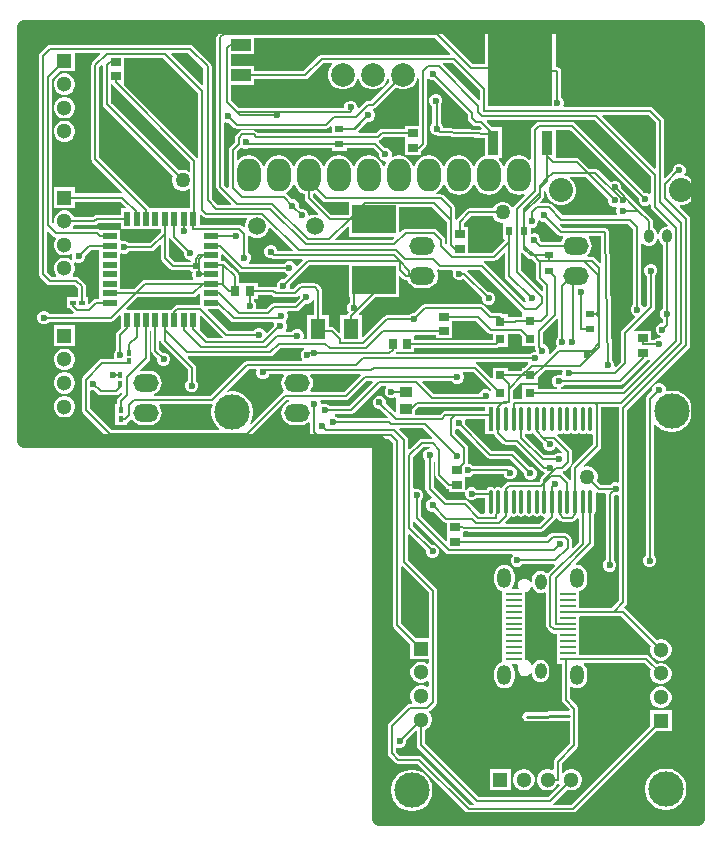
<source format=gbl>
G04*
G04 #@! TF.GenerationSoftware,Altium Limited,Altium Designer,22.2.1 (43)*
G04*
G04 Layer_Physical_Order=2*
G04 Layer_Color=16711680*
%FSLAX44Y44*%
%MOMM*%
G71*
G04*
G04 #@! TF.SameCoordinates,82B9A7A7-C451-481E-A025-ABCBCC36AE2A*
G04*
G04*
G04 #@! TF.FilePolarity,Positive*
G04*
G01*
G75*
%ADD13C,0.2540*%
%ADD17C,1.2000*%
%ADD21R,0.8000X0.8000*%
%ADD27R,1.1000X0.9500*%
%ADD44R,1.3000X1.3000*%
%ADD45C,1.3000*%
%ADD46R,1.3000X1.3000*%
%ADD58C,0.1640*%
%ADD59O,2.1590X1.5240*%
%ADD60C,1.5000*%
%ADD61C,2.0000*%
%ADD62O,0.9500X1.3500*%
%ADD63O,1.2000X1.7000*%
%ADD64C,2.0320*%
%ADD65O,2.0320X2.7940*%
%ADD66C,3.0000*%
%ADD67C,0.6000*%
%ADD68C,1.2700*%
%ADD69R,0.8500X0.7000*%
%ADD70R,0.7000X0.8500*%
%ADD71R,0.4500X0.5000*%
%ADD72R,0.8000X0.6000*%
%ADD73R,0.5000X0.4500*%
%ADD74R,0.6000X0.8000*%
%ADD75R,0.9500X2.1000*%
%ADD76R,5.5000X6.5000*%
%ADD77R,0.5588X1.2700*%
%ADD78R,1.2700X0.5588*%
%ADD79O,0.4000X2.0000*%
%ADD80R,0.4000X2.0000*%
%ADD81R,3.7000X2.4500*%
%ADD82R,1.4000X0.2700*%
%ADD83R,1.3000X1.8000*%
%ADD84O,0.8890X1.1430*%
%ADD85R,0.8000X0.9000*%
%ADD86R,1.7000X1.1000*%
G36*
X660745Y165009D02*
X390000D01*
Y485009D01*
X90000D01*
Y835000D01*
X479960D01*
Y803926D01*
X469541D01*
X441480Y831986D01*
X440369Y832729D01*
X439058Y832990D01*
X259080D01*
X257769Y832729D01*
X256658Y831986D01*
X253599Y828928D01*
X252857Y827817D01*
X252596Y826506D01*
Y700034D01*
X252857Y698723D01*
X253599Y697612D01*
X265072Y686140D01*
X264586Y684966D01*
X253583D01*
X248536Y690013D01*
Y802132D01*
X248275Y803443D01*
X247532Y804554D01*
X232546Y819540D01*
X231435Y820283D01*
X230124Y820544D01*
X111760D01*
X110449Y820283D01*
X109338Y819540D01*
X103242Y813444D01*
X102499Y812333D01*
X102238Y811022D01*
Y626430D01*
X102499Y625119D01*
X103242Y624008D01*
X109338Y617912D01*
X110449Y617169D01*
X111760Y616908D01*
X132693D01*
X135324Y614277D01*
Y606790D01*
X126210D01*
Y597210D01*
X128575D01*
X128827Y596832D01*
X131683Y593976D01*
X131387Y592952D01*
X131207Y592706D01*
X111089D01*
X109818Y593977D01*
X107782Y594820D01*
X105578D01*
X103542Y593977D01*
X101983Y592418D01*
X101140Y590382D01*
Y588178D01*
X101983Y586142D01*
X103542Y584583D01*
X105578Y583740D01*
X107782D01*
X109818Y584583D01*
X111089Y585854D01*
X163576D01*
X164887Y586115D01*
X165998Y586858D01*
X170373Y591232D01*
X171546Y590746D01*
Y579901D01*
X168774Y577128D01*
X168031Y576017D01*
X167770Y574706D01*
Y561685D01*
X166499Y560414D01*
X165656Y558378D01*
Y556174D01*
X166039Y555250D01*
X165333Y554194D01*
X155938D01*
X154627Y553933D01*
X153515Y553190D01*
X139553Y539229D01*
X138811Y538117D01*
X138550Y536806D01*
Y511312D01*
X138811Y510001D01*
X139553Y508890D01*
X160138Y488306D01*
X161249Y487563D01*
X162560Y487302D01*
X278130D01*
X279441Y487563D01*
X280552Y488306D01*
X311807Y519560D01*
X314417D01*
X314670Y518290D01*
X312701Y517475D01*
X310579Y515846D01*
X308950Y513724D01*
X307927Y511252D01*
X307577Y508600D01*
X307927Y505948D01*
X308950Y503476D01*
X310579Y501354D01*
X312701Y499725D01*
X315173Y498701D01*
X317825Y498352D01*
X324175D01*
X326827Y498701D01*
X329299Y499725D01*
X330584Y500711D01*
X331854Y500085D01*
Y492760D01*
X332115Y491449D01*
X332858Y490338D01*
X335652Y487544D01*
X336763Y486801D01*
X338074Y486540D01*
X399139D01*
X402212Y483467D01*
Y329362D01*
X402473Y328051D01*
X403216Y326939D01*
X416960Y313195D01*
Y299960D01*
X432438D01*
Y297005D01*
X431168Y296454D01*
X429490Y297424D01*
X427190Y298040D01*
X424810D01*
X422511Y297424D01*
X420449Y296234D01*
X418766Y294550D01*
X417576Y292489D01*
X416960Y290190D01*
Y287810D01*
X417576Y285510D01*
X418766Y283449D01*
X420449Y281766D01*
X422511Y280576D01*
X424810Y279960D01*
X427190D01*
X429490Y280576D01*
X431168Y281545D01*
X432438Y280995D01*
Y277005D01*
X431168Y276455D01*
X429490Y277424D01*
X427190Y278040D01*
X424810D01*
X422511Y277424D01*
X420449Y276234D01*
X418766Y274550D01*
X417576Y272489D01*
X416960Y270190D01*
Y267810D01*
X417576Y265510D01*
X418578Y263776D01*
X418068Y262506D01*
X416306D01*
X414995Y262245D01*
X413884Y261502D01*
X398644Y246262D01*
X397901Y245151D01*
X397640Y243840D01*
Y220472D01*
X397901Y219161D01*
X398644Y218050D01*
X403978Y212716D01*
X405089Y211973D01*
X406400Y211712D01*
X423015D01*
X463922Y170806D01*
X465033Y170063D01*
X466344Y169802D01*
X554228D01*
X555539Y170063D01*
X556650Y170806D01*
X624805Y238960D01*
X638040D01*
Y257040D01*
X619960D01*
Y243805D01*
X552809Y176654D01*
X538245D01*
X538065Y176900D01*
X537769Y177924D01*
X549454Y189609D01*
X549511Y189576D01*
X551810Y188960D01*
X554190D01*
X556489Y189576D01*
X558551Y190766D01*
X560234Y192449D01*
X561424Y194511D01*
X562040Y196810D01*
Y199190D01*
X561424Y201489D01*
X560234Y203551D01*
X558551Y205234D01*
X556489Y206424D01*
X554190Y207040D01*
X551810D01*
X549511Y206424D01*
X547449Y205234D01*
X546224Y204008D01*
X544954Y204534D01*
Y211941D01*
X558174Y225162D01*
X558917Y226273D01*
X559178Y227584D01*
Y258318D01*
X558917Y259629D01*
X558174Y260740D01*
X551812Y267103D01*
Y276595D01*
X553082Y277221D01*
X553643Y276790D01*
X555721Y275930D01*
X557950Y275636D01*
X560179Y275930D01*
X562257Y276790D01*
X564041Y278159D01*
X565410Y279943D01*
X566270Y282020D01*
X566564Y284250D01*
Y289250D01*
X566270Y291479D01*
X565410Y293557D01*
X564041Y295340D01*
X563763Y295554D01*
X564194Y296824D01*
X615331D01*
X620609Y291546D01*
X620576Y291489D01*
X619960Y289190D01*
Y286810D01*
X620576Y284511D01*
X621766Y282449D01*
X623449Y280766D01*
X625511Y279576D01*
X627810Y278960D01*
X630190D01*
X632489Y279576D01*
X634551Y280766D01*
X636234Y282449D01*
X637424Y284511D01*
X638040Y286810D01*
Y289190D01*
X637424Y291489D01*
X636234Y293551D01*
X634551Y295234D01*
X632489Y296424D01*
X630190Y297040D01*
X627810D01*
X625511Y296424D01*
X625454Y296391D01*
X619173Y302672D01*
X618061Y303415D01*
X616750Y303676D01*
X559790D01*
Y316360D01*
Y326360D01*
Y335518D01*
X560885Y336785D01*
X589013Y336680D01*
X589020Y336681D01*
X589026Y336680D01*
X595336D01*
X620599Y311529D01*
X620576Y311489D01*
X619960Y309190D01*
Y306810D01*
X620576Y304511D01*
X621766Y302449D01*
X623449Y300766D01*
X625511Y299576D01*
X627810Y298960D01*
X630190D01*
X632489Y299576D01*
X634551Y300766D01*
X636234Y302449D01*
X637424Y304511D01*
X638040Y306810D01*
Y309190D01*
X637424Y311489D01*
X636234Y313551D01*
X634551Y315234D01*
X632489Y316424D01*
X630190Y317040D01*
X627810D01*
X625511Y316424D01*
X625437Y316381D01*
X599167Y342534D01*
X598611Y342904D01*
X598351Y343078D01*
X598049Y344176D01*
X598047Y344570D01*
X599576Y346099D01*
X600319Y347211D01*
X600580Y348521D01*
Y511153D01*
X652916Y563490D01*
X653659Y564602D01*
X653920Y565913D01*
Y672666D01*
X653659Y673977D01*
X652916Y675089D01*
X644975Y683030D01*
X645501Y684300D01*
X647473D01*
X650703Y685165D01*
X653599Y686837D01*
X655963Y689202D01*
X657635Y692098D01*
X658501Y695328D01*
Y698672D01*
X657635Y701902D01*
X655963Y704798D01*
X653599Y707162D01*
X650703Y708834D01*
X649067Y709273D01*
X648738Y710499D01*
X649095Y710856D01*
X649938Y712892D01*
Y715096D01*
X649095Y717132D01*
X647536Y718691D01*
X645500Y719534D01*
X643296D01*
X641260Y718691D01*
X639701Y717132D01*
X638858Y715096D01*
Y714061D01*
X632699Y707902D01*
X631526Y708388D01*
Y755946D01*
X631265Y757257D01*
X630522Y758369D01*
X622182Y766708D01*
X621071Y767451D01*
X619760Y767712D01*
X547329D01*
X546480Y768982D01*
X546814Y769788D01*
Y771992D01*
X545971Y774028D01*
X544700Y775299D01*
Y797706D01*
X544599Y798214D01*
X544543Y798730D01*
X544469Y798865D01*
X544439Y799017D01*
X544151Y799448D01*
X543902Y799903D01*
X543782Y800000D01*
X543696Y800128D01*
X543265Y800416D01*
X542861Y800742D01*
X542713Y800785D01*
X542585Y800871D01*
X542076Y800972D01*
X541579Y801118D01*
X540040Y801255D01*
Y835000D01*
X660745D01*
Y165009D01*
D02*
G37*
G36*
X450696Y813081D02*
X450210Y811908D01*
X341630D01*
X340319Y811647D01*
X339208Y810904D01*
X326229Y797926D01*
X284290D01*
Y802540D01*
X264792D01*
Y812460D01*
X284290D01*
Y826138D01*
X437639D01*
X450696Y813081D01*
D02*
G37*
G36*
X241684Y800713D02*
Y786916D01*
X240511Y786430D01*
X214422Y812519D01*
X214908Y813692D01*
X228705D01*
X241684Y800713D01*
D02*
G37*
G36*
X423802Y791660D02*
Y751790D01*
X412710D01*
Y749176D01*
X392690D01*
X391379Y748915D01*
X390268Y748173D01*
X387963Y745868D01*
X373078D01*
X372552Y747138D01*
X380605Y755190D01*
X382402D01*
X384438Y756033D01*
X385996Y757592D01*
X386840Y759628D01*
Y761832D01*
X385996Y763868D01*
X384902Y764962D01*
X384897Y765029D01*
X385357Y766303D01*
X386121Y766455D01*
X387232Y767198D01*
X404159Y784124D01*
X405560Y783315D01*
X408749Y782460D01*
X412051D01*
X415240Y783315D01*
X418100Y784966D01*
X420434Y787300D01*
X422085Y790160D01*
X422532Y791827D01*
X423802Y791660D01*
D02*
G37*
G36*
X475618Y781663D02*
Y773962D01*
X474445Y773476D01*
X444135Y803786D01*
X444661Y805056D01*
X452225D01*
X475618Y781663D01*
D02*
G37*
G36*
X350652Y803786D02*
X349566Y802700D01*
X347915Y799840D01*
X347060Y796651D01*
Y793349D01*
X347915Y790160D01*
X349566Y787300D01*
X351900Y784966D01*
X354760Y783315D01*
X357949Y782460D01*
X361251D01*
X364440Y783315D01*
X367300Y784966D01*
X369635Y787300D01*
X371285Y790160D01*
X371643Y791493D01*
X372957D01*
X373315Y790160D01*
X374966Y787300D01*
X377300Y784966D01*
X380160Y783315D01*
X383349Y782460D01*
X386651D01*
X389840Y783315D01*
X392700Y784966D01*
X395034Y787300D01*
X396685Y790160D01*
X397043Y791493D01*
X398357D01*
X398715Y790160D01*
X399164Y789381D01*
Y788819D01*
X383391Y773046D01*
X381000D01*
X379689Y772785D01*
X378578Y772042D01*
X373332Y766797D01*
X372062Y767323D01*
Y768564D01*
X371219Y770600D01*
X369660Y772158D01*
X367624Y773001D01*
X365420D01*
X363384Y772158D01*
X361825Y770600D01*
X360982Y768564D01*
Y766652D01*
X271719D01*
X264792Y773579D01*
Y786460D01*
X284290D01*
Y791074D01*
X327648D01*
X328959Y791335D01*
X330070Y792077D01*
X343049Y805056D01*
X350126D01*
X350652Y803786D01*
D02*
G37*
G36*
X432726Y791085D02*
X434762Y790242D01*
X436559D01*
X465790Y761011D01*
Y757940D01*
X466051Y756629D01*
X466793Y755518D01*
X470018Y752293D01*
X471129Y751551D01*
X472440Y751290D01*
X475511D01*
X477349Y749452D01*
X476839Y748289D01*
X444540Y749581D01*
Y750402D01*
X443697Y752438D01*
X442426Y753709D01*
Y769109D01*
X443101Y769784D01*
X443944Y771820D01*
Y774024D01*
X443101Y776060D01*
X441542Y777619D01*
X439506Y778462D01*
X437302D01*
X435266Y777619D01*
X433707Y776060D01*
X432864Y774024D01*
Y771820D01*
X433707Y769784D01*
X435266Y768225D01*
X435574Y768098D01*
Y753709D01*
X434303Y752438D01*
X433460Y750402D01*
Y748198D01*
X434303Y746162D01*
X435862Y744603D01*
X437898Y743760D01*
X439730D01*
X440125Y743496D01*
X440611Y743142D01*
X440679Y743126D01*
X440737Y743087D01*
X441326Y742970D01*
X441911Y742829D01*
X479910Y741309D01*
Y726187D01*
X479885Y726183D01*
X476795Y724903D01*
X474142Y722868D01*
X472107Y720215D01*
X471187Y717996D01*
X469813D01*
X468893Y720215D01*
X466858Y722868D01*
X464205Y724903D01*
X461115Y726183D01*
X457800Y726620D01*
X454485Y726183D01*
X451395Y724903D01*
X448742Y722868D01*
X446707Y720215D01*
X445787Y717996D01*
X444413D01*
X443493Y720215D01*
X441458Y722868D01*
X438805Y724903D01*
X435715Y726183D01*
X432400Y726620D01*
X429085Y726183D01*
X425995Y724903D01*
X423342Y722868D01*
X421306Y720215D01*
X420387Y717996D01*
X419013D01*
X418093Y720215D01*
X416058Y722868D01*
X413405Y724903D01*
X410315Y726183D01*
X407000Y726620D01*
X403685Y726183D01*
X402220Y725577D01*
X401272Y726559D01*
Y728558D01*
X400429Y730594D01*
X398870Y732153D01*
X396834Y732996D01*
X395037D01*
X390157Y737876D01*
X390575Y739254D01*
X390693Y739277D01*
X391804Y740020D01*
X394109Y742324D01*
X412710D01*
Y739710D01*
X412710D01*
Y739290D01*
X412710D01*
Y727210D01*
X426290D01*
Y730619D01*
X426602Y730828D01*
X429650Y733876D01*
X430393Y734987D01*
X430654Y736298D01*
Y791361D01*
X431924Y791887D01*
X432726Y791085D01*
D02*
G37*
G36*
X261280Y754428D02*
X263077D01*
X267326Y750180D01*
X268437Y749437D01*
X269748Y749176D01*
X345440D01*
X346751Y749437D01*
X347862Y750180D01*
X349037Y751354D01*
X350210Y750868D01*
Y745868D01*
X287465D01*
X286560Y746773D01*
X285448Y747516D01*
X284137Y747776D01*
X274087D01*
X272776Y747516D01*
X271665Y746773D01*
X268994Y744102D01*
X268252Y742991D01*
X267991Y741680D01*
Y737910D01*
X264024Y733942D01*
X263281Y732831D01*
X263020Y731520D01*
Y699677D01*
X261934Y699125D01*
X261793Y699108D01*
X259448Y701453D01*
Y754044D01*
X260504Y754750D01*
X261280Y754428D01*
D02*
G37*
G36*
X237366Y779885D02*
Y725244D01*
X237120Y725065D01*
X236096Y724768D01*
X174608Y786256D01*
X174290Y787460D01*
X174290D01*
X174290Y787460D01*
Y799540D01*
X174290D01*
Y799960D01*
X174290D01*
Y809435D01*
X207817D01*
X237366Y779885D01*
D02*
G37*
G36*
X276774Y732330D02*
X278978D01*
X279625Y732598D01*
X279746Y732574D01*
X350210D01*
Y730460D01*
X363290D01*
Y732574D01*
X385769D01*
X390192Y728151D01*
Y726354D01*
X391035Y724318D01*
X392594Y722759D01*
X394630Y721916D01*
X395611D01*
X396237Y720646D01*
X395906Y720215D01*
X394987Y717996D01*
X393613D01*
X392693Y720215D01*
X390658Y722868D01*
X388005Y724903D01*
X384915Y726183D01*
X381600Y726620D01*
X378285Y726183D01*
X375195Y724903D01*
X372542Y722868D01*
X370507Y720215D01*
X369587Y717996D01*
X368213D01*
X367293Y720215D01*
X365258Y722868D01*
X362605Y724903D01*
X359515Y726183D01*
X356200Y726620D01*
X352885Y726183D01*
X349795Y724903D01*
X347142Y722868D01*
X345107Y720215D01*
X344187Y717996D01*
X342813D01*
X341893Y720215D01*
X339858Y722868D01*
X337205Y724903D01*
X334115Y726183D01*
X330800Y726620D01*
X327485Y726183D01*
X324395Y724903D01*
X321742Y722868D01*
X319706Y720215D01*
X318787Y717996D01*
X317413D01*
X316493Y720215D01*
X314458Y722868D01*
X311805Y724903D01*
X308715Y726183D01*
X305400Y726620D01*
X302085Y726183D01*
X298995Y724903D01*
X296342Y722868D01*
X294307Y720215D01*
X293387Y717996D01*
X292013D01*
X291093Y720215D01*
X289058Y722868D01*
X286405Y724903D01*
X283315Y726183D01*
X280000Y726620D01*
X276685Y726183D01*
X273595Y724903D01*
X271142Y723021D01*
X269872Y723361D01*
Y730101D01*
X272944Y733173D01*
X274738Y733173D01*
X276774Y732330D01*
D02*
G37*
G36*
X624674Y754527D02*
Y715838D01*
X623501Y715352D01*
X579166Y759687D01*
X579652Y760860D01*
X618341D01*
X624674Y754527D01*
D02*
G37*
G36*
X165077Y786097D02*
X230508Y720666D01*
Y713322D01*
X229238Y712869D01*
X227459Y713896D01*
X225198Y714502D01*
X222858D01*
X220597Y713896D01*
X220592Y713893D01*
X163192Y771293D01*
Y786807D01*
X163651Y786969D01*
X164462Y787018D01*
X165077Y786097D01*
D02*
G37*
G36*
X154640Y812519D02*
X147692Y805570D01*
X146949Y804459D01*
X146688Y803148D01*
Y723488D01*
X146949Y722177D01*
X147692Y721066D01*
X173121Y695636D01*
X172829Y694805D01*
X172535Y694426D01*
X133040D01*
Y700040D01*
X114960D01*
Y681960D01*
X133040D01*
Y687574D01*
X171277D01*
X175926Y682926D01*
X175440Y681752D01*
X171546D01*
Y676288D01*
X151214D01*
X149903Y676027D01*
X148792Y675285D01*
X147933Y674426D01*
X132441D01*
X132424Y674489D01*
X131234Y676551D01*
X129551Y678234D01*
X127490Y679424D01*
X125190Y680040D01*
X122810D01*
X120511Y679424D01*
X118450Y678234D01*
X116767Y676551D01*
X115576Y674489D01*
X114960Y672190D01*
Y670284D01*
X113938Y669600D01*
X113744Y669560D01*
X113408Y669779D01*
Y791563D01*
X119805Y797960D01*
X133040D01*
Y813692D01*
X154154D01*
X154640Y812519D01*
D02*
G37*
G36*
X620494Y708670D02*
Y694443D01*
X619224Y693917D01*
X618834Y694307D01*
X616798Y695150D01*
X615001D01*
X556142Y754008D01*
X555031Y754751D01*
X553720Y755012D01*
X525780D01*
X524469Y754751D01*
X523358Y754008D01*
X519698Y750349D01*
X518955Y749237D01*
X518694Y747926D01*
Y723419D01*
X517425Y723047D01*
X515005Y724903D01*
X511915Y726183D01*
X508600Y726620D01*
X505285Y726183D01*
X502195Y724903D01*
X499542Y722868D01*
X497506Y720215D01*
X496587Y717996D01*
X495213D01*
X494293Y720215D01*
X492258Y722868D01*
X491750Y723258D01*
X492158Y724460D01*
X494490D01*
Y750540D01*
X485951D01*
X481376Y755115D01*
X481862Y756288D01*
X572875D01*
X620494Y708670D01*
D02*
G37*
G36*
X472107Y699785D02*
X474142Y697132D01*
X476795Y695097D01*
X479885Y693817D01*
X483200Y693381D01*
X486515Y693817D01*
X489605Y695097D01*
X492258Y697132D01*
X494293Y699785D01*
X495213Y702005D01*
X496587D01*
X497506Y699785D01*
X499542Y697132D01*
X502195Y695097D01*
X505285Y693817D01*
X508600Y693381D01*
X511915Y693817D01*
X513218Y694356D01*
X513937Y693280D01*
X504562Y683904D01*
X504056Y683148D01*
X502881Y683035D01*
X502615Y683104D01*
X502160Y683893D01*
X500505Y685548D01*
X498477Y686718D01*
X496216Y687324D01*
X493876D01*
X491615Y686718D01*
X489587Y685548D01*
X487932Y683893D01*
X486762Y681865D01*
X486760Y681860D01*
X466874D01*
X465563Y681599D01*
X464451Y680856D01*
X456577Y672982D01*
X456054Y672199D01*
X454784Y672584D01*
Y681736D01*
X454523Y683047D01*
X453780Y684158D01*
X445144Y692794D01*
X444033Y693537D01*
X442722Y693798D01*
X438988D01*
X438735Y695068D01*
X438805Y695097D01*
X441458Y697132D01*
X443493Y699785D01*
X444413Y702005D01*
X445787D01*
X446707Y699785D01*
X448742Y697132D01*
X451395Y695097D01*
X454485Y693817D01*
X457800Y693381D01*
X461115Y693817D01*
X464205Y695097D01*
X466858Y697132D01*
X468893Y699785D01*
X469813Y702005D01*
X471187D01*
X472107Y699785D01*
D02*
G37*
G36*
X584460Y689585D02*
Y687788D01*
X585303Y685752D01*
X586862Y684194D01*
X588898Y683350D01*
X590680D01*
X591445Y682487D01*
X591569Y682177D01*
X591106Y681060D01*
Y678856D01*
X591847Y677066D01*
X591314Y675796D01*
X545963D01*
X536584Y685174D01*
X535473Y685917D01*
X534162Y686178D01*
X527433D01*
X526947Y687351D01*
X528723Y689128D01*
X529466Y690239D01*
X529726Y691550D01*
Y693915D01*
X529968Y695128D01*
Y696424D01*
X530231Y696599D01*
X531501Y695921D01*
Y695328D01*
X532366Y692098D01*
X534038Y689202D01*
X536403Y686837D01*
X539299Y685165D01*
X542529Y684300D01*
X545873D01*
X549103Y685165D01*
X551999Y686837D01*
X554363Y689202D01*
X556035Y692098D01*
X556901Y695328D01*
Y698672D01*
X556035Y701902D01*
X554363Y704798D01*
X551999Y707162D01*
X551744Y707309D01*
X552073Y708536D01*
X565509D01*
X584460Y689585D01*
D02*
G37*
G36*
X156340Y802733D02*
Y769874D01*
X156601Y768563D01*
X157344Y767452D01*
X215747Y709048D01*
X215744Y709043D01*
X215138Y706782D01*
Y704442D01*
X215744Y702181D01*
X216914Y700153D01*
X218569Y698498D01*
X220597Y697328D01*
X222858Y696722D01*
X225198D01*
X227459Y697328D01*
X229238Y698355D01*
X230508Y697902D01*
Y681752D01*
X196103D01*
X196047Y682031D01*
X195304Y683142D01*
X153540Y724907D01*
Y801729D01*
X155108Y803297D01*
X156340Y802733D01*
D02*
G37*
G36*
X319706Y699785D02*
X321742Y697132D01*
X324395Y695097D01*
X327374Y693863D01*
Y690372D01*
X327635Y689061D01*
X328377Y687950D01*
X338966Y677361D01*
X338309Y676222D01*
X337122Y676540D01*
X334478D01*
X331925Y675856D01*
X331676Y675712D01*
X330406Y676445D01*
Y677250D01*
X329563Y679286D01*
X328004Y680845D01*
X325968Y681688D01*
X324171D01*
X322532Y683327D01*
Y685124D01*
X321689Y687160D01*
X320130Y688719D01*
X318094Y689562D01*
X316297D01*
X312048Y693810D01*
X312037Y693818D01*
X311952Y694286D01*
X312086Y695313D01*
X314458Y697132D01*
X316493Y699785D01*
X317413Y702005D01*
X318787D01*
X319706Y699785D01*
D02*
G37*
G36*
X343018Y687950D02*
X344129Y687207D01*
X345440Y686946D01*
X364960D01*
Y677145D01*
X363991Y676176D01*
X349841D01*
X334226Y691791D01*
Y693863D01*
X336261Y694706D01*
X343018Y687950D01*
D02*
G37*
G36*
X610156Y690305D02*
Y688508D01*
X610999Y686472D01*
X612558Y684913D01*
X614594Y684070D01*
X616798D01*
X618834Y684913D01*
X619224Y685303D01*
X620494Y684777D01*
Y683289D01*
X620755Y681978D01*
X621497Y680866D01*
X634883Y667480D01*
X634290Y666277D01*
X634000Y666316D01*
X632177Y666075D01*
X630478Y665372D01*
X629019Y664252D01*
X627899Y662793D01*
X627195Y661094D01*
X627021Y659770D01*
X625740D01*
X625565Y661094D01*
X624862Y662793D01*
X623742Y664252D01*
X622283Y665372D01*
X622186Y665412D01*
Y670798D01*
X621925Y672109D01*
X621183Y673220D01*
X612022Y682380D01*
X595540Y698863D01*
Y700660D01*
X594696Y702696D01*
X593138Y704255D01*
X591102Y705098D01*
X588898D01*
X586862Y704255D01*
X586473Y703866D01*
X575954Y714384D01*
X574843Y715127D01*
X573532Y715388D01*
X568347D01*
X559952Y723782D01*
X558841Y724525D01*
X557530Y724786D01*
X540090D01*
Y748160D01*
X552301D01*
X610156Y690305D01*
D02*
G37*
G36*
X241418Y674938D02*
X242529Y674195D01*
X243840Y673934D01*
X278576D01*
X279062Y672761D01*
X278966Y672665D01*
X277644Y670375D01*
X276960Y667822D01*
Y666179D01*
X275690Y665653D01*
X274202Y667140D01*
X273091Y667883D01*
X271780Y668144D01*
X238408D01*
Y676288D01*
X239581Y676774D01*
X241418Y674938D01*
D02*
G37*
G36*
X171546Y664524D02*
X171203Y663808D01*
X170486Y663464D01*
X153876D01*
X152965Y664073D01*
X151654Y664334D01*
X131708D01*
X131323Y665604D01*
X132424Y667511D01*
X132441Y667574D01*
X149352D01*
X150663Y667835D01*
X151774Y668577D01*
X152633Y669436D01*
X171546D01*
Y664524D01*
D02*
G37*
G36*
X317250Y646765D02*
X316764Y645591D01*
X304244D01*
Y646262D01*
X303401Y648298D01*
X301842Y649857D01*
X299806Y650700D01*
X297602D01*
X295566Y649857D01*
X294007Y648298D01*
X293164Y646262D01*
Y644058D01*
X294007Y642022D01*
X295566Y640463D01*
X297602Y639620D01*
X299460D01*
X300388Y639000D01*
X301699Y638740D01*
X325403D01*
X325889Y637566D01*
X321165Y632842D01*
X319723Y633196D01*
X319149Y634582D01*
X317590Y636141D01*
X315554Y636984D01*
X313350D01*
X311314Y636141D01*
X310043Y634870D01*
X280519D01*
X279993Y636140D01*
X280795Y636942D01*
X281638Y638978D01*
Y641182D01*
X280795Y643218D01*
X279524Y644489D01*
Y658118D01*
X280697Y658604D01*
X280835Y658466D01*
X283125Y657144D01*
X285678Y656460D01*
X288322D01*
X290875Y657144D01*
X293165Y658466D01*
X295034Y660335D01*
X296356Y662625D01*
X297040Y665178D01*
Y665315D01*
X298214Y665801D01*
X317250Y646765D01*
D02*
G37*
G36*
X364960Y665796D02*
Y657960D01*
X403044D01*
X403530Y656787D01*
X401425Y654682D01*
X353846D01*
X353360Y655855D01*
X363786Y666282D01*
X364960Y665796D01*
D02*
G37*
G36*
X526960Y671451D02*
X528996Y670608D01*
X530793D01*
X542237Y659164D01*
X543349Y658421D01*
X544660Y658160D01*
X545815D01*
X546306Y656890D01*
X544950Y655124D01*
X544247Y653426D01*
X527975D01*
X527016Y654385D01*
Y656182D01*
X526173Y658218D01*
X524614Y659777D01*
X522578Y660620D01*
X520374D01*
X520096Y660505D01*
X519040Y661211D01*
Y665528D01*
X520786D01*
X522822Y666371D01*
X524381Y667930D01*
X525224Y669966D01*
Y671391D01*
X526494Y671917D01*
X526960Y671451D01*
D02*
G37*
G36*
X205648Y661819D02*
X196225Y652396D01*
X178653D01*
X177382Y653667D01*
X175346Y654510D01*
X173142D01*
X172308Y654165D01*
X171038Y655013D01*
Y662913D01*
X171381Y663629D01*
X172098Y663972D01*
X205648D01*
Y661819D01*
D02*
G37*
G36*
X447932Y670157D02*
Y652542D01*
X446662Y651905D01*
X446148Y652290D01*
Y655320D01*
X445887Y656631D01*
X445144Y657742D01*
X439302Y663584D01*
X438191Y664327D01*
X436880Y664588D01*
X412750D01*
X411439Y664327D01*
X410328Y663584D01*
X408213Y661470D01*
X407040Y661956D01*
Y682628D01*
X435461D01*
X447932Y670157D01*
D02*
G37*
G36*
X627195Y654907D02*
X627899Y653208D01*
X629019Y651749D01*
X630478Y650629D01*
X630574Y650589D01*
Y596753D01*
X629287Y595466D01*
X628444Y593430D01*
Y591226D01*
X629287Y589190D01*
X630574Y587903D01*
Y584660D01*
X629072D01*
X627036Y583817D01*
X625477Y582258D01*
X624634Y580222D01*
Y578018D01*
X625477Y575982D01*
X627036Y574423D01*
X628924Y573641D01*
X628482Y572468D01*
X626278D01*
X624242Y571625D01*
X622971Y570354D01*
X620790D01*
Y578290D01*
X607283D01*
X606436Y579239D01*
X622944Y595748D01*
X623687Y596859D01*
X623948Y598170D01*
Y624749D01*
X625219Y626020D01*
X626062Y628056D01*
Y630260D01*
X625219Y632296D01*
X623660Y633855D01*
X621624Y634698D01*
X619420D01*
X617384Y633855D01*
X615825Y632296D01*
X614982Y630260D01*
Y628056D01*
X615825Y626020D01*
X617096Y624749D01*
Y599589D01*
X615638Y598131D01*
X614140Y598429D01*
X613789Y599276D01*
X612518Y600547D01*
Y651305D01*
X613778Y651749D01*
X615238Y650629D01*
X616937Y649925D01*
X618760Y649685D01*
X620584Y649925D01*
X622283Y650629D01*
X623742Y651749D01*
X624862Y653208D01*
X625565Y654907D01*
X625740Y656231D01*
X627021D01*
X627195Y654907D01*
D02*
G37*
G36*
X486762Y675003D02*
X487932Y672975D01*
X489587Y671320D01*
X491615Y670150D01*
X493876Y669544D01*
X493899D01*
X494960Y669040D01*
Y655960D01*
X496157D01*
X496683Y654690D01*
X486261Y644268D01*
X465790D01*
Y653790D01*
X465790D01*
Y654210D01*
X465790D01*
Y666290D01*
X462426D01*
Y669141D01*
X468293Y675008D01*
X486760D01*
X486762Y675003D01*
D02*
G37*
G36*
X205648Y650470D02*
Y640080D01*
X205909Y638769D01*
X206652Y637658D01*
X213764Y630546D01*
X214875Y629803D01*
X216186Y629542D01*
X230581D01*
X231852Y628271D01*
X232520Y627995D01*
X232124Y627038D01*
Y624834D01*
X232967Y622798D01*
X233184Y622581D01*
X232698Y621408D01*
X192278D01*
X190967Y621147D01*
X189856Y620404D01*
X182813Y613362D01*
X171038D01*
Y620602D01*
Y628666D01*
Y636794D01*
Y642927D01*
X172308Y643775D01*
X173142Y643430D01*
X175346D01*
X177382Y644273D01*
X178653Y645544D01*
X197644D01*
X198955Y645805D01*
X200066Y646548D01*
X204475Y650956D01*
X205648Y650470D01*
D02*
G37*
G36*
X114418Y658486D02*
X115529Y657743D01*
X116058Y657638D01*
X116313Y657247D01*
X116586Y656238D01*
X115576Y654489D01*
X114960Y652190D01*
Y649810D01*
X115576Y647511D01*
X116767Y645449D01*
X118450Y643766D01*
X120511Y642576D01*
X122810Y641960D01*
X125190D01*
X127490Y642576D01*
X129551Y643766D01*
X129677Y643893D01*
X130754Y643173D01*
X130350Y642198D01*
Y639994D01*
X130890Y638691D01*
X129813Y637972D01*
X129551Y638234D01*
X127490Y639424D01*
X125190Y640040D01*
X122810D01*
X120511Y639424D01*
X118450Y638234D01*
X116767Y636551D01*
X115576Y634489D01*
X114960Y632190D01*
Y629810D01*
X115576Y627511D01*
X116767Y625449D01*
X117186Y625030D01*
X116660Y623760D01*
X113179D01*
X109090Y627849D01*
Y662154D01*
X110263Y662640D01*
X114418Y658486D01*
D02*
G37*
G36*
X213909Y656137D02*
X214652Y655026D01*
X225092Y644585D01*
Y642788D01*
X225935Y640752D01*
X227494Y639193D01*
X229530Y638350D01*
X230392D01*
X230881Y637094D01*
X230310Y636394D01*
X217605D01*
X212500Y641499D01*
Y656711D01*
X213770Y656836D01*
X213909Y656137D01*
D02*
G37*
G36*
X578617Y636172D02*
X577449Y635674D01*
X573414Y639708D01*
X572303Y640451D01*
X570992Y640712D01*
X566846D01*
X566415Y641982D01*
X567421Y642754D01*
X569050Y644876D01*
X570074Y647348D01*
X570423Y650000D01*
X570074Y652653D01*
X569050Y655124D01*
X567695Y656890D01*
X568185Y658160D01*
X578138D01*
X578617Y636172D01*
D02*
G37*
G36*
X153258Y636794D02*
Y628666D01*
Y620602D01*
Y612602D01*
Y605362D01*
X150578D01*
X149267Y605101D01*
X148156Y604359D01*
X144963Y601166D01*
X143790Y601652D01*
Y606790D01*
X142176D01*
Y615696D01*
X141915Y617007D01*
X141173Y618118D01*
X136534Y622757D01*
X135423Y623499D01*
X134112Y623760D01*
X131341D01*
X130815Y625030D01*
X131234Y625449D01*
X132424Y627511D01*
X133040Y629810D01*
Y632190D01*
X132424Y634489D01*
X131857Y635472D01*
X132703Y636337D01*
X132799Y636380D01*
X134788Y635556D01*
X136992D01*
X139028Y636399D01*
X140587Y637958D01*
X141430Y639994D01*
Y641791D01*
X146215Y646576D01*
X153258D01*
Y636794D01*
D02*
G37*
G36*
X271898Y629022D02*
X273009Y628279D01*
X274320Y628018D01*
X310043D01*
X311314Y626747D01*
X312700Y626173D01*
X313054Y624731D01*
X310101Y621777D01*
X308304D01*
X306267Y620934D01*
X304709Y619376D01*
X303866Y617340D01*
Y615602D01*
X302770Y614877D01*
X302692Y614859D01*
X302234Y615165D01*
X300923Y615426D01*
X287540D01*
Y619040D01*
X271926D01*
Y624310D01*
X271909Y624394D01*
X271922Y624478D01*
X271779Y625047D01*
X271665Y625621D01*
X271618Y625692D01*
X271597Y625775D01*
X271248Y626245D01*
X270922Y626733D01*
X270851Y626780D01*
X270801Y626848D01*
X260111Y636539D01*
X259608Y636840D01*
X259121Y637165D01*
X259037Y637182D01*
X258964Y637226D01*
X258385Y637312D01*
X257810Y637426D01*
X256890D01*
Y642370D01*
X258063Y642856D01*
X271898Y629022D01*
D02*
G37*
G36*
X440395Y630057D02*
X441706Y629796D01*
X452281D01*
X453129Y628526D01*
X452690Y627466D01*
Y625262D01*
X453534Y623226D01*
X455092Y621667D01*
X457128Y620824D01*
X459332D01*
X461368Y621667D01*
X461877Y622176D01*
X477822Y606231D01*
Y604434D01*
X478665Y602398D01*
X480224Y600839D01*
X482260Y599996D01*
X484464D01*
X486500Y600839D01*
X488059Y602398D01*
X488902Y604434D01*
Y606638D01*
X488059Y608674D01*
X486500Y610233D01*
X484464Y611076D01*
X482667D01*
X465217Y628526D01*
X465513Y629550D01*
X465693Y629796D01*
X476101D01*
X511586Y594311D01*
X511582Y594261D01*
X511461Y593041D01*
X511461D01*
Y589927D01*
X505707D01*
X504396Y589666D01*
X504036Y589426D01*
X499540D01*
Y592540D01*
X495120D01*
X494311Y593081D01*
X493000Y593341D01*
X485659D01*
X479424Y599576D01*
X478313Y600319D01*
X477002Y600580D01*
X429260D01*
X427949Y600319D01*
X426838Y599576D01*
X420557Y593296D01*
X418760D01*
X416724Y592453D01*
X415453Y591182D01*
X396727D01*
X395416Y590921D01*
X394304Y590178D01*
X376963Y572838D01*
X375790Y573324D01*
Y591540D01*
X373990D01*
X373504Y592713D01*
X387251Y606460D01*
X407040D01*
Y624300D01*
X408213Y624786D01*
X410821Y622178D01*
X411933Y621435D01*
X413244Y621174D01*
X414247D01*
X414950Y619476D01*
X416579Y617354D01*
X418701Y615726D01*
X421173Y614702D01*
X423825Y614352D01*
X430175D01*
X432827Y614702D01*
X435299Y615726D01*
X437421Y617354D01*
X439050Y619476D01*
X440073Y621948D01*
X440423Y624600D01*
X440073Y627253D01*
X439219Y629315D01*
X440245Y630157D01*
X440395Y630057D01*
D02*
G37*
G36*
X516353Y639578D02*
X517464Y638835D01*
X518775Y638574D01*
X519901D01*
X523116Y635359D01*
Y623189D01*
X523377Y621878D01*
X524120Y620766D01*
X529075Y615811D01*
Y612556D01*
X527901Y612070D01*
X510410Y629561D01*
Y643725D01*
X511680Y644251D01*
X516353Y639578D01*
D02*
G37*
G36*
X497074Y643732D02*
Y624466D01*
X497335Y623155D01*
X498078Y622044D01*
X513890Y606231D01*
Y604434D01*
X514556Y602827D01*
X513479Y602108D01*
X479942Y635644D01*
X479192Y636146D01*
X479577Y637416D01*
X487680D01*
X488991Y637677D01*
X490102Y638420D01*
X495901Y644218D01*
X497074Y643732D01*
D02*
G37*
G36*
X300623Y607455D02*
X301734Y606712D01*
X303045Y606451D01*
X319405D01*
X320715Y606712D01*
X321827Y607455D01*
X322181Y607809D01*
X323385Y607217D01*
Y605852D01*
X318969Y601436D01*
X301033D01*
X299722Y601175D01*
X298611Y600432D01*
X294568Y596390D01*
X286924D01*
X286219Y597446D01*
X286540Y598222D01*
Y600426D01*
X285697Y602462D01*
X284469Y603690D01*
X284531Y604960D01*
X287540D01*
Y608574D01*
X299504D01*
X300623Y607455D01*
D02*
G37*
G36*
X239110Y609496D02*
Y600405D01*
X239014Y600326D01*
X219614D01*
X218303Y600065D01*
X217192Y599322D01*
X214652Y596782D01*
X214062Y595900D01*
X176700D01*
X176214Y597074D01*
X185651Y606511D01*
X233046D01*
X234357Y606771D01*
X235468Y607514D01*
X237937Y609982D01*
X239110Y609496D01*
D02*
G37*
G36*
X264984Y586361D02*
X266096Y585619D01*
X267407Y585358D01*
X300887D01*
X301736Y584088D01*
X301292Y583016D01*
Y582479D01*
X295421Y576608D01*
X293923Y576906D01*
X293495Y577940D01*
X291936Y579499D01*
X289900Y580342D01*
X287696D01*
X285660Y579499D01*
X284389Y578228D01*
X262531D01*
X245330Y595429D01*
X245816Y596602D01*
X254743D01*
X264984Y586361D01*
D02*
G37*
G36*
X364960Y606460D02*
X365382D01*
Y601909D01*
X364111Y600639D01*
X363268Y598602D01*
Y596399D01*
X364111Y594362D01*
X364787Y593686D01*
X364328Y593226D01*
X363585Y592115D01*
X363471Y591540D01*
X357710D01*
Y576910D01*
X356537Y576424D01*
X352942Y580018D01*
X351831Y580761D01*
X350520Y581022D01*
X347790D01*
Y591540D01*
X342176D01*
Y612140D01*
X341915Y613451D01*
X341173Y614562D01*
X338316Y617419D01*
X337204Y618162D01*
X335893Y618423D01*
X324524D01*
X323213Y618162D01*
X322102Y617419D01*
X317985Y613303D01*
X315329D01*
X314624Y614359D01*
X314946Y615135D01*
Y616933D01*
X331447Y633434D01*
X364960D01*
Y606460D01*
D02*
G37*
G36*
X257931Y573138D02*
X257405Y571868D01*
X245574D01*
X238408Y579034D01*
Y591002D01*
X239581Y591488D01*
X257931Y573138D01*
D02*
G37*
G36*
X482972Y576190D02*
X484083Y575447D01*
X485394Y575186D01*
X486460D01*
Y570425D01*
X420290D01*
Y573790D01*
X421339Y574324D01*
X438210D01*
Y571710D01*
X451790D01*
Y583790D01*
X451790D01*
Y584210D01*
X451790D01*
Y586824D01*
X472337D01*
X482972Y576190D01*
D02*
G37*
G36*
X335324Y604201D02*
Y591540D01*
X329710D01*
Y570801D01*
X326959D01*
X326254Y571857D01*
X326596Y572684D01*
Y574888D01*
X325753Y576924D01*
X324194Y578483D01*
X322158Y579326D01*
X319954D01*
X317918Y578483D01*
X316647Y577212D01*
X311761D01*
X311235Y578482D01*
X311529Y578776D01*
X312372Y580812D01*
Y583016D01*
X311529Y585052D01*
X311364Y585216D01*
X311368Y587009D01*
X312037Y587677D01*
X312880Y589714D01*
Y591918D01*
X312302Y593314D01*
X313066Y594584D01*
X320388D01*
X321699Y594845D01*
X322810Y595588D01*
X328230Y601007D01*
X330027D01*
X332063Y601850D01*
X333621Y603409D01*
X334054Y604454D01*
X335324Y604201D01*
D02*
G37*
G36*
X511461Y573196D02*
Y564961D01*
X522100D01*
Y564134D01*
X522361Y562823D01*
X523034Y561816D01*
Y560530D01*
X521376D01*
X519340Y559687D01*
X518069Y558416D01*
X405263D01*
X404605Y559686D01*
X404974Y560210D01*
X407790D01*
Y560210D01*
X408210D01*
Y560210D01*
X420290D01*
Y563574D01*
X488999D01*
X490310Y563835D01*
X491246Y564460D01*
X499540D01*
Y575186D01*
X509471D01*
X511461Y573196D01*
D02*
G37*
G36*
X542166Y588103D02*
Y572861D01*
X540895Y571590D01*
X540052Y569554D01*
Y567350D01*
X540895Y565314D01*
X540436Y563977D01*
X540136Y563777D01*
X534884Y558525D01*
X533808Y559245D01*
X534114Y559984D01*
Y562188D01*
X533271Y564224D01*
X531712Y565783D01*
X529676Y566626D01*
X528952D01*
Y576685D01*
X540896Y588629D01*
X542166Y588103D01*
D02*
G37*
G36*
X544544Y668944D02*
X601037D01*
X605666Y664315D01*
Y600547D01*
X604395Y599276D01*
X603552Y597240D01*
Y595036D01*
X604395Y593000D01*
X605954Y591441D01*
X606801Y591090D01*
X607099Y589592D01*
X596002Y578494D01*
X595259Y577383D01*
X594998Y576072D01*
Y552081D01*
X590756Y547839D01*
X589486Y548365D01*
Y549996D01*
X588643Y552032D01*
X587274Y553400D01*
X584915Y661661D01*
X584778Y662278D01*
X584655Y662897D01*
X584634Y662929D01*
X584626Y662966D01*
X584263Y663484D01*
X583912Y664009D01*
X583881Y664030D01*
X583859Y664061D01*
X583326Y664400D01*
X582801Y664751D01*
X582764Y664759D01*
X582732Y664779D01*
X582109Y664889D01*
X581490Y665012D01*
X546079D01*
X543168Y667923D01*
X543793Y669093D01*
X544544Y668944D01*
D02*
G37*
G36*
X516747Y550294D02*
X513494Y547041D01*
X511461D01*
Y545008D01*
X510380Y543927D01*
X499541D01*
Y547041D01*
X486461D01*
Y538545D01*
X485288Y538059D01*
X473931Y549415D01*
X472820Y550158D01*
X472133Y550294D01*
X472258Y551564D01*
X516221D01*
X516747Y550294D01*
D02*
G37*
G36*
X545962Y543914D02*
X545640Y543138D01*
Y541689D01*
X544417Y540821D01*
X543674Y541129D01*
X541470D01*
X539434Y540286D01*
X537876Y538727D01*
X537033Y536691D01*
Y534487D01*
X537876Y532451D01*
X539434Y530892D01*
X541115Y530196D01*
X540862Y528926D01*
X524541D01*
Y532041D01*
X511461D01*
Y520062D01*
X504952D01*
X504788Y520029D01*
X503806Y520835D01*
Y527663D01*
X510501Y534358D01*
X511461Y533961D01*
Y533961D01*
X524541D01*
Y538492D01*
X531019Y544970D01*
X545256D01*
X545962Y543914D01*
D02*
G37*
G36*
X485753Y527904D02*
X485726Y527713D01*
X484380Y527263D01*
X483706Y527937D01*
X481670Y528780D01*
X479466D01*
X477430Y527937D01*
X475871Y526378D01*
X475044Y524380D01*
X436969D01*
X426960Y534389D01*
X427446Y535562D01*
X452029D01*
X453300Y534291D01*
X455336Y533448D01*
X457540D01*
X459576Y534291D01*
X461135Y535850D01*
X461978Y537886D01*
Y540090D01*
X461135Y542126D01*
X460867Y542393D01*
X461353Y543567D01*
X470090D01*
X485753Y527904D01*
D02*
G37*
G36*
X619880Y552440D02*
X596366Y528926D01*
X544283D01*
X544030Y530196D01*
X545711Y530892D01*
X546981Y532163D01*
X594263D01*
X595574Y532424D01*
X596685Y533167D01*
X616423Y552904D01*
X616961Y553710D01*
X619354D01*
X619880Y552440D01*
D02*
G37*
G36*
X374658Y540285D02*
X360785Y526412D01*
X332760D01*
X332133Y527682D01*
X333050Y528876D01*
X334074Y531348D01*
X334423Y534000D01*
X334074Y536652D01*
X333050Y539124D01*
X332159Y540285D01*
X332785Y541554D01*
X374132D01*
X374658Y540285D01*
D02*
G37*
G36*
X197584Y561244D02*
X197845Y559933D01*
X198588Y558822D01*
X202506Y554903D01*
Y553106D01*
X203349Y551070D01*
X204908Y549512D01*
X206944Y548668D01*
X209148D01*
X211184Y549512D01*
X212742Y551070D01*
X213586Y553106D01*
Y555310D01*
X212742Y557346D01*
X211184Y558905D01*
X209148Y559748D01*
X207351D01*
X204436Y562663D01*
Y569307D01*
X205706Y569432D01*
X205909Y568411D01*
X206652Y567300D01*
X228476Y545475D01*
Y536031D01*
X227205Y534760D01*
X226362Y532724D01*
Y530520D01*
X227205Y528484D01*
X228764Y526925D01*
X230800Y526082D01*
X233004D01*
X235040Y526925D01*
X236599Y528484D01*
X237442Y530520D01*
Y532724D01*
X236599Y534760D01*
X235328Y536031D01*
Y546894D01*
X235067Y548205D01*
X234324Y549316D01*
X228256Y555385D01*
X228782Y556655D01*
X298439D01*
X299750Y556916D01*
X300861Y557659D01*
X307152Y563950D01*
X326782D01*
X327035Y562680D01*
X326554Y562481D01*
X324995Y560922D01*
X324152Y558886D01*
Y556682D01*
X324995Y554646D01*
X325408Y554233D01*
X324882Y552963D01*
X278914D01*
X277603Y552702D01*
X276491Y551960D01*
X247642Y523110D01*
X199752D01*
X199499Y524380D01*
X201299Y525125D01*
X203421Y526754D01*
X205050Y528876D01*
X206073Y531348D01*
X206423Y534000D01*
X206073Y536652D01*
X205050Y539124D01*
X203421Y541246D01*
X201299Y542875D01*
X198827Y543899D01*
X196175Y544248D01*
X189825D01*
X188512Y544075D01*
X187918Y545278D01*
X195304Y552664D01*
X196047Y553775D01*
X196308Y555086D01*
Y578120D01*
X197584D01*
Y561244D01*
D02*
G37*
G36*
X385272Y534389D02*
X365103Y514220D01*
X348833D01*
X347562Y515491D01*
X345526Y516334D01*
X343322D01*
X342090Y515824D01*
X340820Y516672D01*
Y517484D01*
X340486Y518290D01*
X341335Y519560D01*
X362204D01*
X363515Y519821D01*
X364626Y520564D01*
X379625Y535562D01*
X384786D01*
X385272Y534389D01*
D02*
G37*
G36*
X396434Y530011D02*
X396061Y529638D01*
X395218Y527602D01*
Y525398D01*
X396061Y523362D01*
X397620Y521803D01*
X399656Y520960D01*
X401860D01*
X403690Y521718D01*
X404960Y521208D01*
Y509548D01*
X403787Y509062D01*
X396192Y516657D01*
Y518754D01*
X395349Y520790D01*
X393790Y522349D01*
X391754Y523192D01*
X389550D01*
X387514Y522349D01*
X385955Y520790D01*
X385112Y518754D01*
Y516550D01*
X385955Y514514D01*
X387514Y512955D01*
X389550Y512112D01*
X391047D01*
X397575Y505584D01*
X397049Y504314D01*
X355437D01*
X354166Y505585D01*
X352926Y506098D01*
X353179Y507368D01*
X366522D01*
X367833Y507629D01*
X368944Y508372D01*
X391757Y531184D01*
X395948D01*
X396434Y530011D01*
D02*
G37*
G36*
X480210Y509959D02*
X446155D01*
X444844Y509698D01*
X443733Y508955D01*
X441885Y507108D01*
X421040D01*
Y510683D01*
X423567Y513210D01*
X480210D01*
Y509959D01*
D02*
G37*
G36*
X286933Y545055D02*
X286560Y544154D01*
Y541950D01*
X287403Y539914D01*
X288962Y538355D01*
X290998Y537512D01*
X293202D01*
X295238Y538355D01*
X296797Y539914D01*
X297476Y541554D01*
X309215D01*
X309841Y540285D01*
X308950Y539124D01*
X307927Y536652D01*
X307577Y534000D01*
X307927Y531348D01*
X308950Y528876D01*
X309919Y527613D01*
X309392Y526214D01*
X309077Y526151D01*
X307966Y525408D01*
X282209Y499652D01*
X281223Y500462D01*
X281544Y500942D01*
X282866Y504134D01*
X283540Y507523D01*
Y510978D01*
X282866Y514366D01*
X281544Y517559D01*
X279624Y520431D01*
X277181Y522874D01*
X274308Y524794D01*
X271116Y526116D01*
X267728Y526790D01*
X264272D01*
X262444Y526427D01*
X261819Y527597D01*
X280333Y546111D01*
X286228D01*
X286933Y545055D01*
D02*
G37*
G36*
X147234Y527710D02*
X149031D01*
X152230Y524511D01*
X153342Y523769D01*
X154653Y523508D01*
X167640D01*
X168951Y523769D01*
X170062Y524511D01*
X171746Y526195D01*
X173064Y525716D01*
X173153Y524974D01*
X169578Y521399D01*
X168835Y520288D01*
X168574Y518977D01*
Y515790D01*
X167210D01*
Y505710D01*
Y498210D01*
X176790D01*
Y500231D01*
X177682Y500827D01*
X179861Y503006D01*
X181461Y502810D01*
X182579Y501354D01*
X184701Y499725D01*
X187173Y498701D01*
X189825Y498352D01*
X196175D01*
X198827Y498701D01*
X201299Y499725D01*
X203421Y501354D01*
X205050Y503476D01*
X206073Y505948D01*
X206423Y508600D01*
X206073Y511252D01*
X205050Y513724D01*
X204079Y514988D01*
X204706Y516258D01*
X248543D01*
X249460Y515154D01*
X249134Y514366D01*
X248460Y510978D01*
Y507523D01*
X249134Y504134D01*
X250456Y500942D01*
X252376Y498069D01*
X254819Y495626D01*
X255203Y495369D01*
X254835Y494154D01*
X163979D01*
X145402Y512731D01*
Y527326D01*
X146458Y528032D01*
X147234Y527710D01*
D02*
G37*
G36*
X560979Y490974D02*
X562751Y490621D01*
X564522Y490974D01*
X566001Y491962D01*
X567479Y490974D01*
X569251Y490621D01*
X570106Y490791D01*
X571376Y489799D01*
Y481987D01*
X554092Y464702D01*
X553349Y463591D01*
X553088Y462280D01*
Y452239D01*
X551818Y451737D01*
X545982Y457573D01*
X545792Y457700D01*
X546060Y459048D01*
X546395Y459115D01*
X547506Y459858D01*
X552586Y464938D01*
X553329Y466049D01*
X553590Y467360D01*
Y475742D01*
X553329Y477053D01*
X552586Y478164D01*
X540902Y489848D01*
X540810Y489911D01*
X541479Y490974D01*
X543251Y490621D01*
X545022Y490974D01*
X546501Y491962D01*
X547979Y490974D01*
X549751Y490621D01*
X551522Y490974D01*
X553000Y491962D01*
X554479Y490974D01*
X556250Y490621D01*
X558022Y490974D01*
X559501Y491962D01*
X560979Y490974D01*
D02*
G37*
G36*
X521328Y490589D02*
X529130Y482787D01*
Y480990D01*
X529973Y478954D01*
X531532Y477395D01*
X533568Y476552D01*
X535772D01*
X537808Y477395D01*
X539367Y478954D01*
X539732Y479836D01*
X540978Y480084D01*
X545470Y475592D01*
X544750Y474515D01*
X543674Y474960D01*
X541470D01*
X539434Y474117D01*
X538163Y472846D01*
X530429D01*
X514176Y489099D01*
Y490497D01*
X515296Y491096D01*
X515479Y490974D01*
X517251Y490621D01*
X519022Y490974D01*
X519463Y491268D01*
X520586Y491700D01*
X521328Y490589D01*
D02*
G37*
G36*
X435532Y487993D02*
X435006Y486723D01*
X426720D01*
X425409Y486463D01*
X424298Y485720D01*
X416333Y477756D01*
X415160Y478242D01*
Y485636D01*
X414899Y486947D01*
X414156Y488058D01*
X407450Y494765D01*
X407936Y495938D01*
X427587D01*
X435532Y487993D01*
D02*
G37*
G36*
X480210Y490710D02*
X488028D01*
X488086Y490418D01*
X488828Y489307D01*
X495418Y482718D01*
X496529Y481975D01*
X497840Y481714D01*
X505960D01*
X527816Y459858D01*
X528928Y459115D01*
X530239Y458854D01*
X530261D01*
X531200Y457915D01*
X527828Y454542D01*
X527085Y453431D01*
X526825Y452120D01*
Y450654D01*
X526383Y450212D01*
X500380D01*
X499069Y449951D01*
X497958Y449208D01*
X495328Y446579D01*
X494585Y445468D01*
X493675Y445090D01*
X493022Y445526D01*
X491251Y445879D01*
X489479Y445526D01*
X488000Y444538D01*
X486522Y445526D01*
X484750Y445879D01*
X482979Y445526D01*
X481477Y444523D01*
X480866Y443608D01*
X473039D01*
X471768Y444879D01*
X469732Y445722D01*
X467528D01*
X465492Y444879D01*
X464060Y443447D01*
X463467Y443531D01*
X462790Y443836D01*
Y453790D01*
X462790D01*
Y454210D01*
X463733Y455000D01*
X463846Y455076D01*
X464734Y454708D01*
X466938D01*
X468974Y455551D01*
X470245Y456822D01*
X495785D01*
X496556Y454962D01*
X498114Y453403D01*
X500150Y452560D01*
X502354D01*
X504390Y453403D01*
X505949Y454962D01*
X506792Y456998D01*
Y459202D01*
X505949Y461238D01*
X504390Y462796D01*
X502354Y463640D01*
X500150D01*
X499866Y463522D01*
X499104Y463674D01*
X470245D01*
X468974Y464945D01*
X466938Y465788D01*
X465938D01*
X465716Y466058D01*
Y478800D01*
X465455Y480111D01*
X464713Y481223D01*
X454774Y491161D01*
Y494202D01*
X455830Y494908D01*
X456606Y494586D01*
X458403D01*
X482199Y470790D01*
X483311Y470047D01*
X484622Y469786D01*
X501237D01*
X512874Y458149D01*
Y456352D01*
X513717Y454316D01*
X515276Y452757D01*
X517312Y451914D01*
X519516D01*
X521552Y452757D01*
X523111Y454316D01*
X523954Y456352D01*
Y458556D01*
X523111Y460592D01*
X521552Y462151D01*
X519516Y462994D01*
X517719D01*
X505078Y475635D01*
X503967Y476377D01*
X502656Y476638D01*
X486041D01*
X463248Y499431D01*
Y501228D01*
X462907Y502051D01*
X463613Y503107D01*
X480210D01*
Y490710D01*
D02*
G37*
G36*
X593728Y512573D02*
Y450555D01*
X592458Y449706D01*
X591652Y450040D01*
X589448D01*
X587412Y449197D01*
X586141Y447926D01*
X577999D01*
X574701Y451224D01*
X574704Y451229D01*
X575310Y453490D01*
Y455830D01*
X574704Y458091D01*
X573534Y460119D01*
X571879Y461774D01*
X569851Y462944D01*
X567590Y463550D01*
X565250D01*
X564123Y463248D01*
X563466Y464387D01*
X577224Y478146D01*
X577967Y479257D01*
X578228Y480568D01*
Y513210D01*
X593205D01*
X593728Y512573D01*
D02*
G37*
G36*
X438091Y467162D02*
Y455813D01*
X438352Y454502D01*
X439094Y453391D01*
X447158Y445327D01*
X448269Y444585D01*
X449210Y444397D01*
Y441710D01*
X461917D01*
X462882Y441359D01*
X463090Y440564D01*
Y439080D01*
X463933Y437044D01*
X465492Y435485D01*
X467528Y434642D01*
X469732D01*
X471768Y435485D01*
X473039Y436756D01*
X480121D01*
Y425250D01*
X480260Y424551D01*
X479218Y423281D01*
X475891D01*
X465349Y433823D01*
X464238Y434566D01*
X462927Y434827D01*
X447334D01*
X436496Y445665D01*
Y467624D01*
X436821Y467841D01*
X438091Y467162D01*
D02*
G37*
G36*
X515479Y420973D02*
X517251Y420621D01*
X519022Y420973D01*
X520501Y421961D01*
X521979Y420973D01*
X523750Y420621D01*
X525522Y420973D01*
X527001Y421961D01*
X528479Y420973D01*
X530083Y420654D01*
X530412Y420096D01*
X530626Y419401D01*
X526146Y414921D01*
X497535D01*
X497049Y416094D01*
X500173Y419218D01*
X500916Y420329D01*
X500944Y420471D01*
X502355Y421056D01*
X502479Y420973D01*
X504250Y420621D01*
X506022Y420973D01*
X507500Y421961D01*
X508979Y420973D01*
X510750Y420621D01*
X512522Y420973D01*
X514001Y421961D01*
X515479Y420973D01*
D02*
G37*
G36*
X543678Y417440D02*
X544789Y416697D01*
X546100Y416436D01*
X553720D01*
X555031Y416697D01*
X556142Y417440D01*
X558055Y419352D01*
X559325Y418826D01*
Y399139D01*
X554726Y394541D01*
X553456Y395067D01*
Y401320D01*
X553195Y402631D01*
X552453Y403742D01*
X549903Y406293D01*
X548791Y407035D01*
X547480Y407296D01*
X537310D01*
X535999Y407035D01*
X534888Y406293D01*
X531771Y403176D01*
X461790D01*
Y405790D01*
X461790D01*
Y406210D01*
X461790D01*
Y407524D01*
X462712Y408397D01*
X468618Y408074D01*
X468712Y408087D01*
X468805Y408069D01*
X527565D01*
X528876Y408330D01*
X529987Y409072D01*
X539173Y418258D01*
X539915Y419369D01*
X539923Y419408D01*
X541299Y419818D01*
X543678Y417440D01*
D02*
G37*
G36*
X433308Y479849D02*
X433357Y479758D01*
X432600Y478488D01*
X431968D01*
X429932Y477645D01*
X428373Y476086D01*
X427530Y474050D01*
Y471846D01*
X428373Y469810D01*
X429644Y468539D01*
Y444246D01*
X429905Y442935D01*
X430648Y441824D01*
X435228Y437243D01*
X434742Y436070D01*
X434508D01*
X432472Y435227D01*
X430913Y433668D01*
X430070Y431632D01*
Y429428D01*
X430913Y427392D01*
X432472Y425833D01*
X434508Y424990D01*
X436305D01*
X444607Y416688D01*
X445718Y415946D01*
X447029Y415685D01*
X448210D01*
Y406210D01*
X448210D01*
Y405790D01*
X448210D01*
Y400304D01*
X447037Y399818D01*
X425828Y421027D01*
Y434503D01*
X427099Y435774D01*
X427942Y437810D01*
Y440014D01*
X427099Y442050D01*
X425540Y443609D01*
X423504Y444452D01*
X421300D01*
X420524Y444130D01*
X419468Y444836D01*
Y471200D01*
X428139Y479872D01*
X433267D01*
X433308Y479849D01*
D02*
G37*
G36*
X447158Y390008D02*
X448269Y389265D01*
X449580Y389004D01*
X502817D01*
X503343Y387734D01*
X502541Y386932D01*
X501698Y384896D01*
Y382692D01*
X502541Y380656D01*
X504100Y379097D01*
X506136Y378254D01*
X508340D01*
X510376Y379097D01*
X511647Y380368D01*
X538758D01*
X539284Y379098D01*
X533544Y373359D01*
X532780Y372899D01*
X531755Y373232D01*
X530927Y373868D01*
X529153Y374602D01*
X527250Y374853D01*
X525347Y374602D01*
X523574Y373868D01*
X522051Y372699D01*
X520882Y371176D01*
X520148Y369403D01*
X519897Y367500D01*
Y365706D01*
X518627Y365453D01*
X518447Y365888D01*
X516889Y367447D01*
X514852Y368290D01*
X512649D01*
X510612Y367447D01*
X509054Y365888D01*
X508211Y363852D01*
Y361648D01*
X508723Y360410D01*
X507875Y359140D01*
X503222D01*
X502833Y360410D01*
X504010Y361943D01*
X504870Y364021D01*
X505164Y366250D01*
Y371250D01*
X504870Y373479D01*
X504010Y375557D01*
X502641Y377341D01*
X500857Y378710D01*
X498780Y379570D01*
X496550Y379864D01*
X494321Y379570D01*
X492243Y378710D01*
X490459Y377341D01*
X489090Y375557D01*
X488230Y373479D01*
X487937Y371250D01*
Y366250D01*
X488230Y364021D01*
X489090Y361943D01*
X490459Y360159D01*
X492243Y358790D01*
X494321Y357930D01*
X494711Y357879D01*
Y346360D01*
Y336360D01*
Y326360D01*
Y316360D01*
Y306360D01*
Y297621D01*
X494321Y297570D01*
X492243Y296709D01*
X490459Y295340D01*
X489090Y293557D01*
X488230Y291479D01*
X487937Y289250D01*
Y284250D01*
X488230Y282020D01*
X489090Y279943D01*
X490459Y278159D01*
X492243Y276790D01*
X494321Y275930D01*
X496550Y275636D01*
X498780Y275930D01*
X500857Y276790D01*
X502641Y278159D01*
X504010Y279943D01*
X504870Y282020D01*
X505164Y284250D01*
Y289250D01*
X504870Y291479D01*
X504010Y293557D01*
X502833Y295090D01*
X503222Y296360D01*
X507277D01*
X508319Y295090D01*
X508102Y294000D01*
Y291500D01*
X508532Y289338D01*
X509756Y287506D01*
X511589Y286281D01*
X513751Y285851D01*
X515912Y286281D01*
X517745Y287506D01*
X518627Y288826D01*
X519897Y288441D01*
Y288000D01*
X520148Y286097D01*
X520882Y284324D01*
X522051Y282801D01*
X523574Y281632D01*
X525347Y280898D01*
X527250Y280647D01*
X529153Y280898D01*
X530927Y281632D01*
X532449Y282801D01*
X533618Y284324D01*
X534352Y286097D01*
X534603Y288000D01*
Y292000D01*
X534352Y293903D01*
X533618Y295676D01*
X532449Y297199D01*
X530927Y298368D01*
X529153Y299102D01*
X527250Y299353D01*
X525347Y299102D01*
X523574Y298368D01*
X522051Y297199D01*
X520882Y295676D01*
X520530Y294825D01*
X519209Y294955D01*
X518969Y296161D01*
X517745Y297994D01*
X515912Y299218D01*
X513790Y299640D01*
Y306360D01*
Y316360D01*
Y326360D01*
Y336360D01*
Y346360D01*
Y357210D01*
X514852D01*
X516889Y358054D01*
X518447Y359612D01*
X519021Y360998D01*
X520396Y360998D01*
X520882Y359823D01*
X522051Y358301D01*
X523574Y357132D01*
X525347Y356398D01*
X527250Y356147D01*
X529153Y356398D01*
X530736Y357053D01*
X532006Y356552D01*
Y328298D01*
X532267Y326987D01*
X533010Y325876D01*
X536058Y322828D01*
X537169Y322085D01*
X538480Y321824D01*
X540710D01*
Y316360D01*
Y306360D01*
Y296360D01*
X544960D01*
Y265684D01*
X545221Y264373D01*
X545964Y263262D01*
X551609Y257617D01*
X551586Y257055D01*
X550945Y255884D01*
X515445Y255384D01*
X513963Y255067D01*
X512715Y254207D01*
X511891Y252936D01*
X511616Y251445D01*
X511932Y249963D01*
X512792Y248714D01*
X514064Y247890D01*
X515555Y247615D01*
X551055Y248116D01*
X551339Y248176D01*
X552326Y247378D01*
Y229003D01*
X539106Y215782D01*
X538363Y214671D01*
X538102Y213360D01*
Y206763D01*
X537002Y206128D01*
X536489Y206424D01*
X534190Y207040D01*
X531810D01*
X529511Y206424D01*
X527449Y205234D01*
X525766Y203551D01*
X524576Y201489D01*
X523960Y199190D01*
Y196810D01*
X524576Y194511D01*
X525766Y192449D01*
X527449Y190766D01*
X529511Y189576D01*
X531810Y188960D01*
X534190D01*
X536489Y189576D01*
X538551Y190766D01*
X540234Y192449D01*
X541424Y194511D01*
X541441Y194574D01*
X541528D01*
X542839Y194835D01*
X543578Y193801D01*
X543648Y193492D01*
X533667Y183512D01*
X474663D01*
X429426Y228749D01*
Y240559D01*
X429490Y240576D01*
X431551Y241766D01*
X433234Y243449D01*
X434424Y245511D01*
X435040Y247810D01*
Y250190D01*
X434424Y252489D01*
X433234Y254550D01*
X432875Y254909D01*
X433036Y256544D01*
X433206Y256658D01*
X438286Y261738D01*
X439029Y262849D01*
X439290Y264160D01*
Y358140D01*
X439029Y359451D01*
X438286Y360562D01*
X415160Y383689D01*
Y405360D01*
X416333Y405846D01*
X430070Y392109D01*
Y390312D01*
X430913Y388276D01*
X432472Y386717D01*
X434508Y385874D01*
X436712D01*
X438748Y386717D01*
X440307Y388276D01*
X441150Y390312D01*
Y392516D01*
X440307Y394552D01*
X438748Y396111D01*
X436712Y396954D01*
X434915D01*
X419468Y412401D01*
Y415901D01*
X420738Y416427D01*
X447158Y390008D01*
D02*
G37*
G36*
X575269Y441335D02*
X576580Y441074D01*
X581282D01*
X582324Y439804D01*
X582298Y439674D01*
Y384185D01*
X581027Y382914D01*
X580184Y380878D01*
Y378674D01*
X581027Y376638D01*
X582586Y375079D01*
X584622Y374236D01*
X586826D01*
X588862Y375079D01*
X590421Y376638D01*
X591264Y378674D01*
Y380878D01*
X590421Y382914D01*
X589150Y384185D01*
Y438255D01*
X589855Y438960D01*
X591652D01*
X592458Y439294D01*
X593728Y438445D01*
Y349940D01*
X587463Y343676D01*
X559790D01*
Y346360D01*
Y357879D01*
X560179Y357930D01*
X562257Y358790D01*
X564041Y360159D01*
X565410Y361943D01*
X566270Y364021D01*
X566564Y366250D01*
Y371250D01*
X566270Y373479D01*
X565410Y375557D01*
X564041Y377341D01*
X562257Y378710D01*
X560179Y379570D01*
X557950Y379864D01*
X557370Y379787D01*
X556777Y380990D01*
X571673Y395886D01*
X572416Y396998D01*
X572676Y398309D01*
Y422205D01*
X573527Y423478D01*
X573880Y425250D01*
Y440736D01*
X574955Y441415D01*
X575113Y441439D01*
X575269Y441335D01*
D02*
G37*
G36*
X432438Y356721D02*
Y318040D01*
X421805D01*
X409064Y330781D01*
Y378299D01*
X410334Y378825D01*
X432438Y356721D01*
D02*
G37*
G36*
X422574Y238933D02*
Y227330D01*
X422835Y226019D01*
X423578Y224908D01*
X470561Y177924D01*
X470265Y176900D01*
X470085Y176654D01*
X467763D01*
X426856Y217560D01*
X425745Y218303D01*
X424434Y218564D01*
X407819D01*
X404492Y221891D01*
Y224615D01*
X405762Y225464D01*
X406568Y225130D01*
X408772D01*
X410808Y225973D01*
X412367Y227531D01*
X413210Y229568D01*
Y231365D01*
X421304Y239459D01*
X422574Y238933D01*
D02*
G37*
%LPC*%
G36*
X133040Y583040D02*
X114960D01*
Y564960D01*
X133040D01*
Y583040D01*
D02*
G37*
G36*
X125190Y563040D02*
X122810D01*
X120511Y562424D01*
X118450Y561234D01*
X116767Y559551D01*
X115576Y557489D01*
X114960Y555190D01*
Y552810D01*
X115576Y550511D01*
X116767Y548449D01*
X118450Y546766D01*
X120511Y545576D01*
X122810Y544960D01*
X125190D01*
X127490Y545576D01*
X129551Y546766D01*
X131234Y548449D01*
X132424Y550511D01*
X133040Y552810D01*
Y555190D01*
X132424Y557489D01*
X131234Y559551D01*
X129551Y561234D01*
X127490Y562424D01*
X125190Y563040D01*
D02*
G37*
G36*
Y543040D02*
X122810D01*
X120511Y542424D01*
X118450Y541234D01*
X116767Y539551D01*
X115576Y537489D01*
X114960Y535190D01*
Y532810D01*
X115576Y530511D01*
X116767Y528449D01*
X118450Y526766D01*
X120511Y525576D01*
X122810Y524960D01*
X125190D01*
X127490Y525576D01*
X129551Y526766D01*
X131234Y528449D01*
X132424Y530511D01*
X133040Y532810D01*
Y535190D01*
X132424Y537489D01*
X131234Y539551D01*
X129551Y541234D01*
X127490Y542424D01*
X125190Y543040D01*
D02*
G37*
G36*
Y523040D02*
X122810D01*
X120511Y522424D01*
X118450Y521234D01*
X116767Y519551D01*
X115576Y517489D01*
X114960Y515190D01*
Y512810D01*
X115576Y510511D01*
X116767Y508449D01*
X118450Y506766D01*
X120511Y505576D01*
X122810Y504960D01*
X125190D01*
X127490Y505576D01*
X129551Y506766D01*
X131234Y508449D01*
X132424Y510511D01*
X133040Y512810D01*
Y515190D01*
X132424Y517489D01*
X131234Y519551D01*
X129551Y521234D01*
X127490Y522424D01*
X125190Y523040D01*
D02*
G37*
G36*
X628482Y533860D02*
X626278D01*
X624242Y533017D01*
X622683Y531458D01*
X621840Y529422D01*
Y527625D01*
X617084Y522868D01*
X616341Y521757D01*
X616080Y520446D01*
Y387949D01*
X614809Y386678D01*
X613966Y384642D01*
Y382438D01*
X614809Y380402D01*
X616368Y378843D01*
X618404Y378000D01*
X620608D01*
X622644Y378843D01*
X624203Y380402D01*
X625046Y382438D01*
Y384642D01*
X624203Y386678D01*
X622932Y387949D01*
Y498793D01*
X624147Y499161D01*
X624376Y498819D01*
X626819Y496376D01*
X629692Y494456D01*
X632884Y493134D01*
X636273Y492460D01*
X639728D01*
X643117Y493134D01*
X646309Y494456D01*
X649181Y496376D01*
X651625Y498819D01*
X653544Y501692D01*
X654866Y504884D01*
X655540Y508273D01*
Y511727D01*
X654866Y515116D01*
X653544Y518308D01*
X651625Y521181D01*
X649181Y523624D01*
X646309Y525544D01*
X643117Y526866D01*
X639728Y527540D01*
X636273D01*
X634148Y527117D01*
X632920Y528168D01*
Y529422D01*
X632077Y531458D01*
X630518Y533017D01*
X628482Y533860D01*
D02*
G37*
G36*
X630190Y277040D02*
X627810D01*
X625511Y276424D01*
X623449Y275234D01*
X621766Y273551D01*
X620576Y271489D01*
X619960Y269190D01*
Y266810D01*
X620576Y264511D01*
X621766Y262449D01*
X623449Y260766D01*
X625511Y259576D01*
X627810Y258960D01*
X630190D01*
X632489Y259576D01*
X634551Y260766D01*
X636234Y262449D01*
X637424Y264511D01*
X638040Y266810D01*
Y269190D01*
X637424Y271489D01*
X636234Y273551D01*
X634551Y275234D01*
X632489Y276424D01*
X630190Y277040D01*
D02*
G37*
G36*
X634728Y207540D02*
X631273D01*
X627884Y206866D01*
X624692Y205544D01*
X621819Y203624D01*
X619376Y201181D01*
X617456Y198308D01*
X616134Y195116D01*
X615460Y191728D01*
Y188272D01*
X616134Y184884D01*
X617456Y181692D01*
X619376Y178819D01*
X621819Y176376D01*
X624692Y174456D01*
X627884Y173134D01*
X631273Y172460D01*
X634728D01*
X638116Y173134D01*
X641308Y174456D01*
X644181Y176376D01*
X646624Y178819D01*
X648544Y181692D01*
X649866Y184884D01*
X650540Y188272D01*
Y191728D01*
X649866Y195116D01*
X648544Y198308D01*
X646624Y201181D01*
X644181Y203624D01*
X641308Y205544D01*
X638116Y206866D01*
X634728Y207540D01*
D02*
G37*
G36*
X419728Y206540D02*
X416273D01*
X412884Y205866D01*
X409692Y204544D01*
X406819Y202624D01*
X404376Y200181D01*
X402456Y197308D01*
X401134Y194116D01*
X400460Y190728D01*
Y187272D01*
X401134Y183884D01*
X402456Y180692D01*
X404376Y177819D01*
X406819Y175376D01*
X409692Y173456D01*
X412884Y172134D01*
X416273Y171460D01*
X419728D01*
X423116Y172134D01*
X426308Y173456D01*
X429181Y175376D01*
X431624Y177819D01*
X433544Y180692D01*
X434866Y183884D01*
X435540Y187272D01*
Y190728D01*
X434866Y194116D01*
X433544Y197308D01*
X431624Y200181D01*
X429181Y202624D01*
X426308Y204544D01*
X423116Y205866D01*
X419728Y206540D01*
D02*
G37*
G36*
X125190Y796040D02*
X122810D01*
X120511Y795424D01*
X118450Y794234D01*
X116767Y792551D01*
X115576Y790490D01*
X114960Y788190D01*
Y785810D01*
X115576Y783511D01*
X116767Y781450D01*
X118450Y779766D01*
X120511Y778576D01*
X122810Y777960D01*
X125190D01*
X127490Y778576D01*
X129551Y779766D01*
X131234Y781450D01*
X132424Y783511D01*
X133040Y785810D01*
Y788190D01*
X132424Y790490D01*
X131234Y792551D01*
X129551Y794234D01*
X127490Y795424D01*
X125190Y796040D01*
D02*
G37*
G36*
Y776040D02*
X122810D01*
X120511Y775424D01*
X118450Y774234D01*
X116767Y772551D01*
X115576Y770490D01*
X114960Y768190D01*
Y765810D01*
X115576Y763511D01*
X116767Y761450D01*
X118450Y759766D01*
X120511Y758576D01*
X122810Y757960D01*
X125190D01*
X127490Y758576D01*
X129551Y759766D01*
X131234Y761450D01*
X132424Y763511D01*
X133040Y765810D01*
Y768190D01*
X132424Y770490D01*
X131234Y772551D01*
X129551Y774234D01*
X127490Y775424D01*
X125190Y776040D01*
D02*
G37*
G36*
Y756040D02*
X122810D01*
X120511Y755424D01*
X118450Y754234D01*
X116767Y752551D01*
X115576Y750489D01*
X114960Y748190D01*
Y745810D01*
X115576Y743511D01*
X116767Y741449D01*
X118450Y739766D01*
X120511Y738576D01*
X122810Y737960D01*
X125190D01*
X127490Y738576D01*
X129551Y739766D01*
X131234Y741449D01*
X132424Y743511D01*
X133040Y745810D01*
Y748190D01*
X132424Y750489D01*
X131234Y752551D01*
X129551Y754234D01*
X127490Y755424D01*
X125190Y756040D01*
D02*
G37*
G36*
X514190Y207040D02*
X511810D01*
X509511Y206424D01*
X507450Y205234D01*
X505766Y203551D01*
X504576Y201489D01*
X503960Y199190D01*
Y196810D01*
X504576Y194511D01*
X505766Y192449D01*
X507450Y190766D01*
X509511Y189576D01*
X511810Y188960D01*
X514190D01*
X516489Y189576D01*
X518551Y190766D01*
X520234Y192449D01*
X521424Y194511D01*
X522040Y196810D01*
Y199190D01*
X521424Y201489D01*
X520234Y203551D01*
X518551Y205234D01*
X516489Y206424D01*
X514190Y207040D01*
D02*
G37*
G36*
X502040D02*
X483960D01*
Y188960D01*
X502040D01*
Y207040D01*
D02*
G37*
%LPD*%
D13*
X515500Y251500D02*
X551000Y252000D01*
D17*
X90000Y485000D02*
Y835000D01*
X660745D01*
X660750Y834996D01*
Y165000D02*
Y834996D01*
X390000Y165000D02*
X660750D01*
X390000D02*
Y484000D01*
X389000Y485000D02*
X390000Y484000D01*
X90000Y485000D02*
X389000D01*
D21*
X493000Y586000D02*
D03*
Y571000D02*
D03*
X518001Y540501D02*
D03*
Y525501D02*
D03*
X493001Y540501D02*
D03*
Y525501D02*
D03*
X518001Y586501D02*
D03*
Y571501D02*
D03*
D27*
X413000Y512000D02*
D03*
Y526500D02*
D03*
D44*
X124000Y691000D02*
D03*
X629000Y248000D02*
D03*
X124000Y807000D02*
D03*
X426000Y309000D02*
D03*
X124000Y574000D02*
D03*
D45*
Y671000D02*
D03*
Y651000D02*
D03*
Y631000D02*
D03*
X629000Y268000D02*
D03*
Y288000D02*
D03*
Y308000D02*
D03*
X124000Y787000D02*
D03*
Y767000D02*
D03*
Y747000D02*
D03*
X426000Y249000D02*
D03*
Y269000D02*
D03*
Y289000D02*
D03*
X553000Y198000D02*
D03*
X533000D02*
D03*
X513000D02*
D03*
X124000Y554000D02*
D03*
Y534000D02*
D03*
Y514000D02*
D03*
D46*
X493000Y198000D02*
D03*
D58*
X566928Y711962D02*
X573532D01*
X537464D02*
X566928D01*
X609600Y679958D02*
X618760Y670798D01*
X590000Y699558D02*
X609600Y679958D01*
X573532Y711962D02*
X596646Y688848D01*
X566928Y711962D02*
X590000Y688890D01*
X557530Y721360D02*
X566928Y711962D01*
X576580Y589960D02*
Y631698D01*
Y567436D02*
Y589960D01*
Y564388D02*
Y567436D01*
X526542Y637286D02*
X533908D01*
X563880D02*
X570992D01*
X526034D02*
X526542D01*
X570498Y561354D02*
X576580Y567436D01*
X566420Y557276D02*
X570498Y561354D01*
X573546D02*
X576580Y564388D01*
X560588Y548396D02*
X573546Y561354D01*
X570498D02*
X573546D01*
X542558D02*
X570498D01*
X532800Y707298D02*
Y726440D01*
Y705104D02*
Y707298D01*
X537464Y711962D01*
X526542Y701040D02*
X532800Y707298D01*
X526542Y698846D02*
X532800Y705104D01*
X526301Y698605D02*
X526542Y698846D01*
Y701040D01*
Y695128D02*
Y698846D01*
X526301Y694887D02*
Y698605D01*
Y691550D02*
Y694887D01*
X526542Y695128D01*
X513080Y681666D02*
X526301Y694887D01*
X513080Y650240D02*
Y681666D01*
X533908Y637286D02*
Y642000D01*
X534000D01*
X521320D02*
X533908D01*
X518775D02*
X521320D01*
X529600Y548396D02*
X560588D01*
X519694D02*
X529600D01*
X521320Y642000D02*
X526034Y637286D01*
X513500Y649820D02*
X521320Y642000D01*
X513080Y650240D02*
X513500Y649820D01*
X513324Y664679D02*
X513500D01*
Y649820D02*
Y662500D01*
Y647275D02*
Y649820D01*
X529600Y548396D02*
X542558Y561354D01*
X521705Y540501D02*
X529600Y548396D01*
X548386Y265684D02*
Y300250D01*
X529336Y487426D02*
X534670Y482092D01*
X511799Y540501D02*
X519694Y548396D01*
X500380Y529082D02*
X511799Y540501D01*
X518001D01*
X493001D02*
X511799D01*
X499110Y517906D02*
X500380Y519176D01*
X497840Y516636D02*
X499110Y517906D01*
X500380Y529082D02*
Y533122D01*
Y519176D02*
Y529082D01*
Y517906D02*
Y519176D01*
X499110Y517906D02*
X500380D01*
X495300D02*
X499110D01*
X530250Y449235D02*
X536166Y455150D01*
X527802Y446786D02*
X530250Y449235D01*
Y452120D01*
Y433250D02*
Y449235D01*
X270300Y763226D02*
X365716D01*
X369524Y749000D02*
X369570D01*
X381300Y760730D01*
X270300Y763226D02*
X272796Y760730D01*
X261366Y772160D02*
X270300Y763226D01*
X238252Y642128D02*
X241300D01*
X484240Y589916D02*
X493000D01*
X494030Y516636D02*
X495300Y517906D01*
X491251Y513857D02*
X494030Y516636D01*
X497840D01*
X422148D02*
X494030D01*
X238252Y626525D02*
Y639080D01*
X209074Y640080D02*
Y660400D01*
X338750Y577596D02*
X350520D01*
X366750Y590804D02*
X386000Y610054D01*
X368808Y597500D02*
Y621250D01*
X468630Y440182D02*
X484750D01*
X554736Y624600D02*
X557000D01*
X553720D02*
X554736D01*
Y569468D02*
Y624600D01*
X316992Y684022D02*
X324866Y676148D01*
X309626Y691388D02*
X316992Y684022D01*
X335563Y559279D02*
X398780D01*
X331187D02*
X335563D01*
X209074Y579120D02*
Y587010D01*
Y569722D02*
Y579120D01*
X416024Y624600D02*
X427000D01*
X413244D02*
X416024D01*
X446155Y506533D02*
X454660D01*
X484750D01*
X407924Y636860D02*
X416024Y628761D01*
X402619Y642165D02*
X407924Y636860D01*
X416024Y624600D02*
Y628761D01*
X634000Y582946D02*
Y592344D01*
X330800Y705012D02*
Y710000D01*
Y690372D02*
Y705012D01*
X451358Y671576D02*
Y681736D01*
X365410Y672750D02*
X386000D01*
X348422D02*
X365410D01*
X378714Y686054D01*
X348234Y655574D02*
X365410Y672750D01*
X556514Y433250D02*
Y462280D01*
Y422656D02*
Y433250D01*
X573278Y516636D02*
X594832D01*
X439000Y749300D02*
Y772922D01*
X257208Y617936D02*
X257810D01*
X248000D02*
X257208D01*
X263144Y612000D01*
X257162Y617982D02*
X257208Y617936D01*
X192278Y617982D02*
X257162D01*
X184232Y609936D02*
X192278Y617982D01*
X163576Y589280D02*
X184232Y609936D01*
X233046D01*
X162148D02*
X184232D01*
X402590Y787400D02*
Y795000D01*
X155938Y550768D02*
X179000D01*
X500500Y624466D02*
Y653662D01*
X499104Y460248D02*
X501252Y458100D01*
X465836Y460248D02*
X499104D01*
X233074Y579523D02*
Y587010D01*
Y579523D02*
X244156Y568442D01*
X292100D01*
X305572Y581914D01*
X306832D01*
X335280Y492760D02*
Y516382D01*
Y492760D02*
X338074Y489966D01*
X400558D01*
X405638Y484886D01*
Y329362D02*
Y484886D01*
Y329362D02*
X426000Y309000D01*
X209074Y640080D02*
X216186Y632968D01*
X234990D01*
X241300Y642128D02*
X248000D01*
X238252Y639080D02*
X241300Y642128D01*
X238252Y626525D02*
X248000Y625936D01*
X530239Y462280D02*
X534670D01*
X507379Y485140D02*
X530239Y462280D01*
X497840Y485140D02*
X507379D01*
X491251Y491729D02*
X497840Y485140D01*
X491251Y491729D02*
Y503250D01*
X523750Y493012D02*
X529336Y487426D01*
X538480D01*
X550164Y475742D01*
Y467360D02*
Y475742D01*
X545084Y462280D02*
X550164Y467360D01*
X540410Y462280D02*
X545084D01*
X530250Y452120D02*
X540410Y462280D01*
X523750Y493012D02*
Y503250D01*
X543560Y455150D02*
X549751Y448960D01*
X536166Y455150D02*
X543560D01*
X497751Y421640D02*
Y433250D01*
X491786Y415675D02*
X497751Y421640D01*
X472186Y415675D02*
X491786D01*
X468750Y419111D02*
X472186Y415675D01*
X447029Y419111D02*
X468750D01*
X435610Y430530D02*
X447029Y419111D01*
X550250Y300250D02*
X616750D01*
X629000Y288000D01*
X585724Y439674D02*
X590550Y444500D01*
X585724Y379776D02*
Y439674D01*
X618760Y658000D02*
Y670798D01*
X176880Y580390D02*
Y587010D01*
X171196Y574706D02*
X176880Y580390D01*
X171196Y557276D02*
Y574706D01*
X164862Y540750D02*
X171000D01*
X368808Y621250D02*
X386000D01*
X320388Y598010D02*
X328925Y606547D01*
X301033Y598010D02*
X320388D01*
X295987Y592964D02*
X301033Y598010D01*
X272160Y592964D02*
X295987D01*
X255188Y609936D02*
X272160Y592964D01*
X248000Y609936D02*
X255188D01*
X400758Y526500D02*
X413000D01*
X433070Y444246D02*
Y472948D01*
Y444246D02*
X445915Y431401D01*
X462927D01*
X474472Y419855D01*
X489466D01*
X491251Y433250D01*
X351028Y500888D02*
X398526D01*
X400050Y499364D01*
X429006D01*
X455930Y472440D01*
X484750Y433250D02*
Y440182D01*
X457708Y500126D02*
X484622Y473212D01*
X502656D01*
X518414Y457454D01*
X614000Y555326D02*
Y559750D01*
X594263Y535589D02*
X614000Y555326D01*
X542572Y535589D02*
X594263D01*
X545592Y568452D02*
Y616472D01*
X553720Y624600D01*
X529010Y469420D02*
X542572D01*
X510750Y487680D02*
X529010Y469420D01*
X510750Y487680D02*
Y503250D01*
X553720Y568452D02*
X554736Y569468D01*
X478282Y520954D02*
X480568Y523240D01*
X435550Y520954D02*
X478282D01*
X421894Y534610D02*
X435550Y520954D01*
X390338Y534610D02*
X421894D01*
X366522Y510794D02*
X390338Y534610D01*
X344424Y510794D02*
X366522D01*
X422402Y419608D02*
Y438912D01*
Y419608D02*
X449580Y392430D01*
X538590D01*
X543670Y397510D01*
X233074Y672862D02*
Y676910D01*
X233934Y677770D01*
Y722085D01*
X167500Y788520D02*
X233934Y722085D01*
X167500Y788520D02*
Y793500D01*
X392690Y745750D02*
X419500D01*
X284137Y744351D02*
X286046Y742442D01*
X274087Y744351D02*
X284137D01*
X266446Y699262D02*
Y731520D01*
Y699262D02*
X274320Y691388D01*
Y631444D02*
X314452D01*
X255762Y650002D02*
X274320Y631444D01*
X248000Y650002D02*
X255762D01*
X389382Y742442D02*
X392690Y745750D01*
X286046Y742442D02*
X389382D01*
X271417Y741680D02*
X274087Y744351D01*
X271417Y736491D02*
Y741680D01*
X266446Y731520D02*
X271417Y736491D01*
X274320Y691388D02*
X309626D01*
X401750Y562249D02*
Y567000D01*
X304165Y573786D02*
X321056D01*
X294640Y564262D02*
X304165Y573786D01*
X239394Y564262D02*
X294640D01*
X225074Y578582D02*
X239394Y564262D01*
X225074Y578582D02*
Y587010D01*
X135890Y641096D02*
X144796Y650002D01*
X162148D01*
X298704Y645160D02*
X301699Y642165D01*
X402619D01*
X407924Y629920D02*
X413244Y624600D01*
X407924Y629920D02*
Y636860D01*
X330028D02*
X407924D01*
X309405Y616237D02*
X330028Y636860D01*
X390652Y517352D02*
Y517652D01*
Y517352D02*
X404322Y503682D01*
X443304D01*
X446155Y506533D01*
X484750Y503250D02*
Y506533D01*
X468122Y800500D02*
X510000D01*
X439058Y829564D02*
X468122Y800500D01*
X259080Y829564D02*
X439058D01*
X256022Y826506D02*
X259080Y829564D01*
X256022Y700034D02*
Y826506D01*
Y700034D02*
X270335Y685721D01*
X300053D01*
X330200Y655574D01*
X348234D01*
X378714Y686054D02*
X436880D01*
X451358Y671576D01*
Y651052D02*
Y671576D01*
Y651052D02*
X454660Y647750D01*
X459000D01*
X634000Y592344D02*
Y658000D01*
X633984Y592328D02*
X634000Y592344D01*
X541274Y770890D02*
Y797706D01*
X510000Y800500D02*
X541274Y797706D01*
X504250Y503250D02*
Y515934D01*
X504952Y516636D02*
X573278D01*
X574802Y515112D01*
Y480568D02*
Y515112D01*
X556514Y462280D02*
X574802Y480568D01*
X543251Y422711D02*
X546100Y419862D01*
X543251Y422711D02*
Y433250D01*
X546100Y419862D02*
X553720D01*
X556514Y422656D01*
X556250Y433250D02*
X556514D01*
X248000Y634000D02*
X257810D01*
X268500Y624310D01*
Y612000D02*
Y624310D01*
X263144Y612000D02*
X268500D01*
X106680Y589280D02*
X163576D01*
X438404Y772922D02*
X439000D01*
X487200Y737500D02*
Y744446D01*
X442048Y746252D02*
X487200Y744446D01*
X439000Y749300D02*
X442048Y746252D01*
X476930Y754716D02*
X487200Y744446D01*
X472440Y754716D02*
X476930D01*
X469216Y757940D02*
X472440Y754716D01*
X469216Y757940D02*
Y762430D01*
X435864Y795782D02*
X469216Y762430D01*
X620522Y598170D02*
Y629158D01*
X598424Y576072D02*
X620522Y598170D01*
X598424Y550662D02*
Y576072D01*
X589798Y542036D02*
X598424Y550662D01*
X551180Y542036D02*
X589798D01*
X536750Y445818D02*
X539496Y448564D01*
X536750Y433250D02*
Y445818D01*
Y420680D02*
Y433250D01*
X527565Y411495D02*
X536750Y420680D01*
X468805Y411495D02*
X527565D01*
X455000Y412250D02*
X468805Y411495D01*
X402590Y795000D02*
X410400D01*
X384810Y769620D02*
X402590Y787400D01*
X381000Y769620D02*
X384810D01*
X370425Y759045D02*
X381000Y769620D01*
X351884Y759045D02*
X370425D01*
X345440Y752602D02*
X351884Y759045D01*
X269748Y752602D02*
X345440D01*
X262382Y759968D02*
X269748Y752602D01*
X643636Y713994D02*
X644398D01*
X632280Y702638D02*
X643636Y713994D01*
X632280Y690880D02*
Y702638D01*
Y690880D02*
X650494Y672666D01*
Y565913D02*
Y672666D01*
X597154Y512573D02*
X650494Y565913D01*
X597154Y348521D02*
Y512573D01*
X588882Y340250D02*
X597154Y348521D01*
X588882Y340250D02*
X589026Y340106D01*
X550250Y340250D02*
X589026Y340106D01*
X550250Y340250D02*
X588882D01*
X589026Y340106D02*
X596750D01*
X629000Y308000D01*
X535086Y180086D02*
X553000Y198000D01*
X473244Y180086D02*
X535086D01*
X426000Y227330D02*
X473244Y180086D01*
X426000Y227330D02*
Y249000D01*
X378206Y538988D02*
X456438D01*
X362204Y522986D02*
X378206Y538988D01*
X310388Y522986D02*
X362204D01*
X278130Y490728D02*
X310388Y522986D01*
X162560Y490728D02*
X278130D01*
X141976Y511312D02*
X162560Y490728D01*
X141976Y511312D02*
Y536806D01*
X155938Y550768D01*
X179000D02*
Y552250D01*
X561594Y579500D02*
X569000D01*
X561594D02*
Y611124D01*
X279746Y736000D02*
X356750D01*
X277876Y737870D02*
X279746Y736000D01*
X148336Y533250D02*
X154653Y526934D01*
X167640D01*
X171000Y530294D01*
Y533250D01*
X172000Y503250D02*
X175260D01*
X178844Y506834D01*
Y515648D01*
X182880Y519684D01*
X249061D01*
X278914Y549537D01*
X371019D01*
X376472Y554990D01*
X522478D01*
X225074Y662686D02*
Y672862D01*
X462534Y626364D02*
X483362Y605536D01*
X458230Y626364D02*
X462534D01*
X124000Y691000D02*
X172696D01*
X185008Y678688D01*
Y672862D02*
Y678688D01*
X459000Y660250D02*
Y670560D01*
X466874Y678434D01*
X495046D01*
X530098Y676148D02*
X544660Y661586D01*
X581490D01*
X583946Y548894D01*
X455000Y399750D02*
X533190D01*
X537310Y403870D01*
X547480D01*
X550030Y401320D01*
Y394195D02*
Y401320D01*
X539630Y383794D02*
X550030Y394195D01*
X507238Y383794D02*
X539630D01*
X414250Y567000D02*
X488999D01*
X493000Y571000D01*
X192882Y672862D02*
Y680720D01*
X150114Y723488D02*
X192882Y680720D01*
X150114Y723488D02*
Y803148D01*
X159826Y812860D01*
X209235D01*
X240792Y781304D01*
Y680408D02*
Y781304D01*
Y680408D02*
X243840Y677360D01*
X291499D01*
X322429Y646430D01*
X404368D01*
X411988Y638810D01*
X436118D01*
X441706Y633222D01*
X477520D01*
X514096Y596646D01*
X523240D01*
X528320Y601726D01*
Y606806D01*
X506984Y628142D02*
X528320Y606806D01*
X506984Y628142D02*
Y681482D01*
X522120Y696618D01*
Y747926D01*
X525780Y751586D01*
X553720D01*
X615696Y689610D01*
X538480Y325250D02*
X550250D01*
X535432Y328298D02*
X538480Y325250D01*
X535432Y328298D02*
Y370402D01*
X562751Y397720D01*
Y433250D01*
X569251Y398309D02*
Y433250D01*
X539750Y368808D02*
X569251Y398309D01*
X539750Y330250D02*
Y368808D01*
Y330250D02*
X550250D01*
X273250Y794500D02*
X327648D01*
X341630Y808482D01*
X453644D01*
X479044Y783082D01*
Y764286D02*
Y783082D01*
Y764286D02*
X619760D01*
X628100Y755946D01*
Y687620D02*
Y755946D01*
Y687620D02*
X646176Y669544D01*
Y567980D02*
Y669544D01*
X594832Y516636D02*
X646176Y567980D01*
X504250Y515934D02*
X504952Y516636D01*
X419500Y733250D02*
X424180D01*
X427228Y736298D01*
Y797814D01*
X431800Y802386D01*
X440690D01*
X474218Y768858D01*
Y763016D02*
Y768858D01*
Y763016D02*
X477520Y759714D01*
X574294D01*
X623919Y710089D01*
Y683289D02*
Y710089D01*
Y683289D02*
X641858Y665350D01*
Y569573D02*
Y665350D01*
X597785Y525501D02*
X641858Y569573D01*
X518001Y525501D02*
X597785D01*
X154432Y658130D02*
X162148D01*
X151654Y660908D02*
X154432Y658130D01*
X116840Y660908D02*
X151654D01*
X109982Y667766D02*
X116840Y660908D01*
X109982Y667766D02*
Y792982D01*
X124000Y807000D01*
X201010Y561244D02*
Y587010D01*
Y561244D02*
X208046Y554208D01*
X179000Y559750D02*
Y567016D01*
X185008Y573024D01*
Y587010D01*
X192882Y555086D02*
Y587010D01*
X176784Y538988D02*
X192882Y555086D01*
X176784Y523761D02*
Y538988D01*
X172000Y518977D02*
X176784Y523761D01*
X172000Y510750D02*
Y518977D01*
X248000Y658130D02*
X269164D01*
X233074Y664718D02*
Y672862D01*
Y664718D02*
X271780D01*
X276098Y660400D01*
Y640080D02*
Y660400D01*
X398780Y559279D02*
X401750Y562249D01*
X329692Y557784D02*
X331187Y559279D01*
X231902Y531622D02*
Y546894D01*
X209074Y569722D02*
X231902Y546894D01*
X596646Y679958D02*
X609600D01*
X500500Y653662D02*
Y662500D01*
X487680Y640842D02*
X500500Y653662D01*
X452120Y640842D02*
X487680D01*
X442722Y650240D02*
X452120Y640842D01*
X442722Y650240D02*
Y655320D01*
X436880Y661162D02*
X442722Y655320D01*
X412750Y661162D02*
X436880D01*
X402844Y651256D02*
X412750Y661162D01*
X328606Y651256D02*
X402844D01*
X298322Y681540D02*
X328606Y651256D01*
X252164Y681540D02*
X298322D01*
X245110Y688594D02*
X252164Y681540D01*
X245110Y688594D02*
Y802132D01*
X230124Y817118D02*
X245110Y802132D01*
X111760Y817118D02*
X230124D01*
X105664Y811022D02*
X111760Y817118D01*
X105664Y626430D02*
Y811022D01*
Y626430D02*
X111760Y620334D01*
X134112D01*
X138750Y615696D01*
Y602000D02*
Y615696D01*
X630174Y579120D02*
X634000Y582946D01*
X413000Y512000D02*
X417512D01*
X422148Y516636D01*
X570992Y637286D02*
X576580Y631698D01*
X366522Y764032D02*
Y767461D01*
X365716Y763226D02*
X366522Y764032D01*
X261366Y772160D02*
Y817880D01*
X549751Y433250D02*
Y448960D01*
X500380Y446786D02*
X527802D01*
X497751Y444157D02*
X500380Y446786D01*
X497751Y433250D02*
Y444157D01*
X519684Y671068D02*
Y678688D01*
X523748Y682752D01*
X534162D01*
X544544Y672370D01*
X602456D01*
X609092Y665734D01*
Y596138D02*
Y665734D01*
X471509Y546993D02*
X493001Y525501D01*
X385676Y546993D02*
X471509D01*
X383663Y544980D02*
X385676Y546993D01*
X294028Y544980D02*
X383663D01*
X292100Y543052D02*
X294028Y544980D01*
X159766Y769874D02*
X224028Y705612D01*
X159766Y769874D02*
Y803206D01*
X162560Y806000D01*
X167500D01*
X217074Y657448D02*
X230632Y643890D01*
X217074Y657448D02*
Y672862D01*
X174244Y648970D02*
X197644D01*
X209074Y660400D01*
Y672862D01*
X537880Y721360D02*
X557530D01*
X532800Y726440D02*
X537880Y721360D01*
X532800Y726440D02*
Y737500D01*
X513500Y662500D02*
Y664679D01*
X513324D02*
Y678573D01*
X526301Y691550D01*
X518001Y540501D02*
X521705D01*
X526542Y623189D02*
Y637286D01*
Y623189D02*
X532500Y617230D01*
Y591556D02*
Y617230D01*
X527445Y586501D02*
X532500Y591556D01*
X518001Y586501D02*
X527445D01*
X576580Y444500D02*
X590550D01*
X566420Y454660D02*
X576580Y444500D01*
X574040Y592500D02*
X576580Y589960D01*
X569000Y592500D02*
X574040D01*
X525526Y564134D02*
X528574Y561086D01*
X525526Y564134D02*
Y578104D01*
X539231Y591809D01*
Y623931D01*
X534162Y629000D02*
X539231Y623931D01*
X534000Y629000D02*
X534162D01*
X407670Y230670D02*
X426000Y249000D01*
X217074Y587010D02*
Y594360D01*
X219614Y596900D01*
X239014D01*
X261112Y574802D01*
X288798D01*
X341884Y497586D02*
X345186Y494284D01*
X403086D01*
X411734Y485636D01*
Y382270D02*
Y485636D01*
Y382270D02*
X435864Y358140D01*
Y264160D02*
Y358140D01*
X430784Y259080D02*
X435864Y264160D01*
X416306Y259080D02*
X430784D01*
X401066Y243840D02*
X416306Y259080D01*
X401066Y220472D02*
Y243840D01*
Y220472D02*
X406400Y215138D01*
X424434D01*
X466344Y173228D01*
X554228D01*
X629000Y248000D01*
X614000Y566928D02*
Y572250D01*
Y566928D02*
X627380D01*
X619506Y520446D02*
X627380Y528320D01*
X619506Y383540D02*
Y520446D01*
X369524Y749000D02*
X381254Y760730D01*
X356750Y749000D02*
X369524D01*
X272796Y760730D02*
X304038D01*
X261366Y817880D02*
X263986Y820500D01*
X273250D01*
X526556Y650000D02*
X557000D01*
X521476Y655080D02*
X526556Y650000D01*
X356750Y736000D02*
X387188D01*
X395732Y727456D01*
X456000Y460250D02*
X456482D01*
X462290Y466058D01*
Y478800D01*
X451348Y489743D02*
X462290Y478800D01*
X451348Y489743D02*
Y503221D01*
X454660Y506533D01*
X281000Y599324D02*
Y612000D01*
X237664Y625936D02*
X248000D01*
Y601936D02*
X254254D01*
X267407Y588784D01*
X305308D01*
X307340Y590816D01*
X393854Y577750D02*
X445000D01*
X379563Y563459D02*
X393854Y577750D01*
X348655Y563459D02*
X379563D01*
X344739Y567375D02*
X348655Y563459D01*
X305733Y567375D02*
X344739D01*
X298439Y560081D02*
X305733Y567375D01*
X228113Y560081D02*
X298439D01*
X209074Y579120D02*
X228113Y560081D01*
X234990Y632968D02*
Y638866D01*
X238252Y642128D01*
X500500Y624466D02*
X519430Y605536D01*
X330800Y705012D02*
X345440Y690372D01*
X442722D01*
X451358Y681736D01*
X493000Y586000D02*
Y589916D01*
X477002Y597154D02*
X484240Y589916D01*
X429260Y597154D02*
X477002D01*
X419862Y587756D02*
X429260Y597154D01*
X281000Y612000D02*
X300923D01*
X303045Y609877D01*
X319405D01*
X324524Y614997D01*
X335893D01*
X338750Y612140D01*
Y580000D02*
Y612140D01*
X513500Y647275D02*
X518775Y642000D01*
X150578Y601936D02*
X162148D01*
X144780Y596138D02*
X150578Y601936D01*
X134366Y596138D02*
X144780D01*
X131250Y599254D02*
X134366Y596138D01*
X131250Y599254D02*
Y602000D01*
X241046Y617936D02*
X248000D01*
X233046Y609936D02*
X241046Y617936D01*
X449580Y447750D02*
X456000D01*
X441516Y455813D02*
X449580Y447750D01*
X441516Y455813D02*
Y477520D01*
X435739Y483298D02*
X441516Y477520D01*
X426720Y483298D02*
X435739D01*
X416042Y472619D02*
X426720Y483298D01*
X416042Y410982D02*
Y472619D01*
Y410982D02*
X435610Y391414D01*
X510890Y578612D02*
X518001Y571501D01*
X485394Y578612D02*
X510890D01*
X473756Y590250D02*
X485394Y578612D01*
X445000Y590250D02*
X473756D01*
X330800Y690372D02*
X348422Y672750D01*
X574040Y592500D02*
X575499Y593959D01*
Y625667D01*
X563880Y637286D02*
X575499Y625667D01*
X533908Y637286D02*
X563880D01*
X491251Y503250D02*
Y513857D01*
X493001Y540501D02*
X500380Y533122D01*
X257810Y617936D02*
Y634000D01*
X396727Y587756D02*
X419862D01*
X376610Y567640D02*
X396727Y587756D01*
X356870Y567640D02*
X376610D01*
X356870D02*
Y571246D01*
X350520Y577596D02*
X356870Y571246D01*
X338750Y577596D02*
Y580000D01*
X533000Y198000D02*
X541528D01*
Y213360D01*
X555752Y227584D01*
Y258318D01*
X548386Y265684D02*
X555752Y258318D01*
X548386Y300250D02*
X550250D01*
X505707Y586501D02*
X518001D01*
X505206Y586000D02*
X505707Y586501D01*
X493000Y586000D02*
X505206D01*
X386000Y610054D02*
Y621250D01*
X366750Y580000D02*
Y590804D01*
X151214Y672862D02*
X176880D01*
X149352Y671000D02*
X151214Y672862D01*
X124000Y671000D02*
X149352D01*
D59*
X427000Y624600D02*
D03*
Y650000D02*
D03*
X557000Y624600D02*
D03*
Y650000D02*
D03*
X193000Y508600D02*
D03*
Y534000D02*
D03*
X321000D02*
D03*
Y508600D02*
D03*
D60*
X287000Y666500D02*
D03*
X335800D02*
D03*
D61*
X410400Y795000D02*
D03*
X385000D02*
D03*
X359600D02*
D03*
D62*
X527250Y290000D02*
D03*
Y365500D02*
D03*
D63*
X496550Y286750D02*
D03*
Y368750D02*
D03*
X557950D02*
D03*
Y286750D02*
D03*
D64*
X544201Y697000D02*
D03*
X645801D02*
D03*
D65*
X457800Y710000D02*
D03*
X432400D02*
D03*
X280000D02*
D03*
X305400D02*
D03*
X330800D02*
D03*
X356200D02*
D03*
X381600D02*
D03*
X407000D02*
D03*
X483200D02*
D03*
X508600D02*
D03*
D66*
X633000Y190000D02*
D03*
X418000Y189000D02*
D03*
X638000Y510000D02*
D03*
X266000Y509250D02*
D03*
D67*
X501252Y458100D02*
D03*
X465836Y460248D02*
D03*
X306832Y581914D02*
D03*
X335280Y516382D02*
D03*
X534670Y462280D02*
D03*
Y482092D02*
D03*
X435610Y430530D02*
D03*
X585724Y379776D02*
D03*
X590000Y699558D02*
D03*
X171196Y557276D02*
D03*
X164862Y540750D02*
D03*
X368808Y597500D02*
D03*
X328925Y606547D02*
D03*
X400758Y526500D02*
D03*
X433070Y472948D02*
D03*
X351028Y500888D02*
D03*
X455930Y472440D02*
D03*
X468630Y440182D02*
D03*
X457708Y500126D02*
D03*
X518414Y457454D02*
D03*
X545592Y568452D02*
D03*
X542572Y535589D02*
D03*
Y469420D02*
D03*
X553720Y568452D02*
D03*
X480568Y523240D02*
D03*
X344424Y510794D02*
D03*
X422402Y438912D02*
D03*
X543670Y397510D02*
D03*
X316992Y684022D02*
D03*
X314452Y631444D02*
D03*
X324866Y676148D02*
D03*
X335563Y559279D02*
D03*
X321056Y573786D02*
D03*
X135890Y641096D02*
D03*
X298704Y645160D02*
D03*
X309405Y616237D02*
D03*
X390652Y517652D02*
D03*
X633984Y592328D02*
D03*
X541274Y770890D02*
D03*
X106680Y589280D02*
D03*
X438404Y772922D02*
D03*
X439000Y749300D02*
D03*
X435864Y795782D02*
D03*
X620522Y629158D02*
D03*
X551180Y542036D02*
D03*
X539496Y448564D02*
D03*
X262382Y759968D02*
D03*
X644398Y713994D02*
D03*
X456438Y538988D02*
D03*
X561594Y611124D02*
D03*
X277876Y737870D02*
D03*
X148336Y533250D02*
D03*
X522478Y554990D02*
D03*
X225074Y662686D02*
D03*
X483362Y605536D02*
D03*
X458230Y626364D02*
D03*
X530098Y676148D02*
D03*
X583946Y548894D02*
D03*
X507238Y383794D02*
D03*
X615696Y689610D02*
D03*
X208046Y554208D02*
D03*
X269164Y658130D02*
D03*
X276098Y640080D02*
D03*
X329692Y557784D02*
D03*
X231902Y531622D02*
D03*
X596646Y679958D02*
D03*
X630174Y579120D02*
D03*
X596646Y688848D02*
D03*
X366522Y767461D02*
D03*
X519684Y671068D02*
D03*
X609092Y596138D02*
D03*
X292100Y543052D02*
D03*
X230632Y643890D02*
D03*
X174244Y648970D02*
D03*
X590000Y688890D02*
D03*
X590550Y444500D02*
D03*
X566420Y557276D02*
D03*
X528574Y561086D02*
D03*
X407670Y230670D02*
D03*
X288798Y574802D02*
D03*
X341884Y497586D02*
D03*
X627380Y566928D02*
D03*
Y528320D02*
D03*
X619506Y383540D02*
D03*
X381254Y760730D02*
D03*
X381300D02*
D03*
X304038D02*
D03*
X521476Y655080D02*
D03*
X395732Y727456D02*
D03*
X281000Y599324D02*
D03*
X237664Y625936D02*
D03*
X307340Y590816D02*
D03*
X234990Y632968D02*
D03*
X519430Y605536D02*
D03*
X419862Y587756D02*
D03*
X435610Y391414D02*
D03*
D68*
X495046Y678434D02*
D03*
X224028Y705612D02*
D03*
X566420Y454660D02*
D03*
D69*
X456000Y460250D02*
D03*
Y447750D02*
D03*
X614000Y572250D02*
D03*
Y559750D02*
D03*
X459000Y647750D02*
D03*
Y660250D02*
D03*
X455000Y399750D02*
D03*
Y412250D02*
D03*
X445000Y577750D02*
D03*
Y590250D02*
D03*
X167500Y806000D02*
D03*
Y793500D02*
D03*
X419500Y733250D02*
D03*
Y745750D02*
D03*
D70*
X414250Y567000D02*
D03*
X401750D02*
D03*
D71*
X172000Y510750D02*
D03*
Y503250D02*
D03*
X171000Y540750D02*
D03*
Y533250D02*
D03*
X179000Y559750D02*
D03*
Y552250D02*
D03*
D72*
X534000Y629000D02*
D03*
Y642000D02*
D03*
X356750Y749000D02*
D03*
Y736000D02*
D03*
X569000Y592500D02*
D03*
Y579500D02*
D03*
D73*
X131250Y602000D02*
D03*
X138750D02*
D03*
D74*
X513500Y662500D02*
D03*
X500500D02*
D03*
D75*
X532800Y737500D02*
D03*
X487200D02*
D03*
D76*
X510000Y800500D02*
D03*
D77*
X217074Y587010D02*
D03*
X233074Y672862D02*
D03*
X225074D02*
D03*
X217074D02*
D03*
X209074D02*
D03*
X201010D02*
D03*
X192882D02*
D03*
X176880Y587010D02*
D03*
X185008D02*
D03*
X192882D02*
D03*
X201010D02*
D03*
X209074D02*
D03*
X225074D02*
D03*
X233074D02*
D03*
X176880Y672862D02*
D03*
X185008D02*
D03*
D78*
X162148Y658130D02*
D03*
Y650002D02*
D03*
Y642128D02*
D03*
Y634000D02*
D03*
Y625936D02*
D03*
Y617936D02*
D03*
Y609936D02*
D03*
Y601936D02*
D03*
X248000D02*
D03*
Y609936D02*
D03*
Y617936D02*
D03*
Y625936D02*
D03*
Y634000D02*
D03*
Y642128D02*
D03*
Y650002D02*
D03*
Y658130D02*
D03*
D79*
X491251Y503250D02*
D03*
X497751D02*
D03*
X504250D02*
D03*
X530250D02*
D03*
X523750D02*
D03*
X510750D02*
D03*
X517251D02*
D03*
X556250D02*
D03*
X549751D02*
D03*
X562751D02*
D03*
X569251D02*
D03*
X543251D02*
D03*
X536750D02*
D03*
Y433250D02*
D03*
X543251D02*
D03*
X569251D02*
D03*
X562751D02*
D03*
X549751D02*
D03*
X556250D02*
D03*
X517251D02*
D03*
X510750D02*
D03*
X523750D02*
D03*
X530250D02*
D03*
X504250D02*
D03*
X497751D02*
D03*
X484750D02*
D03*
X491251D02*
D03*
D80*
X484750Y503250D02*
D03*
D81*
X386000Y621250D02*
D03*
Y672750D02*
D03*
D82*
X550250Y355250D02*
D03*
Y350250D02*
D03*
Y345250D02*
D03*
Y340250D02*
D03*
Y335250D02*
D03*
Y330250D02*
D03*
Y325250D02*
D03*
Y320250D02*
D03*
Y315250D02*
D03*
Y310250D02*
D03*
Y305250D02*
D03*
Y300250D02*
D03*
X504250D02*
D03*
Y305250D02*
D03*
Y310250D02*
D03*
Y315250D02*
D03*
Y320250D02*
D03*
Y325250D02*
D03*
Y330250D02*
D03*
Y335250D02*
D03*
Y340250D02*
D03*
Y345250D02*
D03*
Y350250D02*
D03*
Y355250D02*
D03*
D83*
X366750Y580000D02*
D03*
X338750D02*
D03*
D84*
X618760Y658000D02*
D03*
X634000D02*
D03*
D85*
X268500Y612000D02*
D03*
X281000D02*
D03*
D86*
X273250Y794500D02*
D03*
Y820500D02*
D03*
M02*

</source>
